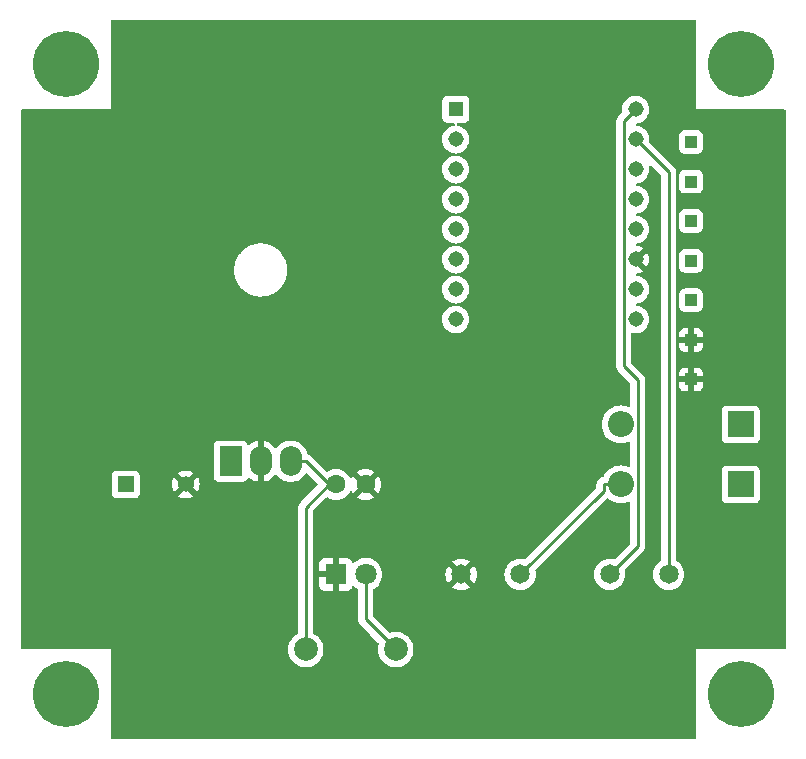
<source format=gbr>
%TF.GenerationSoftware,KiCad,Pcbnew,7.0.9*%
%TF.CreationDate,2025-08-10T16:09:38+02:00*%
%TF.ProjectId,Kicad_Projet_Sons_HW896_V1,4b696361-645f-4507-926f-6a65745f536f,rev?*%
%TF.SameCoordinates,Original*%
%TF.FileFunction,Copper,L2,Bot*%
%TF.FilePolarity,Positive*%
%FSLAX46Y46*%
G04 Gerber Fmt 4.6, Leading zero omitted, Abs format (unit mm)*
G04 Created by KiCad (PCBNEW 7.0.9) date 2025-08-10 16:09:38*
%MOMM*%
%LPD*%
G01*
G04 APERTURE LIST*
%TA.AperFunction,ComponentPad*%
%ADD10C,5.600000*%
%TD*%
%TA.AperFunction,ComponentPad*%
%ADD11R,1.357000X1.357000*%
%TD*%
%TA.AperFunction,ComponentPad*%
%ADD12C,1.357000*%
%TD*%
%TA.AperFunction,ComponentPad*%
%ADD13R,1.800000X1.800000*%
%TD*%
%TA.AperFunction,ComponentPad*%
%ADD14C,1.800000*%
%TD*%
%TA.AperFunction,ComponentPad*%
%ADD15C,1.650000*%
%TD*%
%TA.AperFunction,ComponentPad*%
%ADD16R,2.200000X2.200000*%
%TD*%
%TA.AperFunction,ComponentPad*%
%ADD17O,2.200000X2.200000*%
%TD*%
%TA.AperFunction,ComponentPad*%
%ADD18R,1.000000X1.000000*%
%TD*%
%TA.AperFunction,ComponentPad*%
%ADD19C,2.000000*%
%TD*%
%TA.AperFunction,ComponentPad*%
%ADD20C,1.600000*%
%TD*%
%TA.AperFunction,ComponentPad*%
%ADD21R,1.308000X1.308000*%
%TD*%
%TA.AperFunction,ComponentPad*%
%ADD22C,1.308000*%
%TD*%
%TA.AperFunction,ComponentPad*%
%ADD23R,1.900000X2.500000*%
%TD*%
%TA.AperFunction,ComponentPad*%
%ADD24O,1.900000X2.500000*%
%TD*%
%TA.AperFunction,ViaPad*%
%ADD25C,0.800000*%
%TD*%
%TA.AperFunction,Conductor*%
%ADD26C,0.250000*%
%TD*%
G04 APERTURE END LIST*
D10*
%TO.P,REF3,1*%
%TO.N,N/C*%
X173990000Y-104140000D03*
%TD*%
D11*
%TO.P,C1,1,1*%
%TO.N,Net-(C2-+)*%
X121920000Y-86360000D03*
D12*
%TO.P,C1,2,2*%
%TO.N,GND*%
X127000000Y-86360000D03*
%TD*%
D13*
%TO.P,D3,1,K*%
%TO.N,GND*%
X139700000Y-93980000D03*
D14*
%TO.P,D3,2,A*%
%TO.N,Net-(D3-A)*%
X142240000Y-93980000D03*
%TD*%
D15*
%TO.P,J2,1,1*%
%TO.N,Net-(U2-SPK-)*%
X167894000Y-93980000D03*
%TO.P,J2,2,2*%
%TO.N,Net-(U2-SPK+)*%
X162894000Y-93980000D03*
%TD*%
D16*
%TO.P,D1,1,K*%
%TO.N,Net-(C2-+)*%
X173990000Y-86360000D03*
D17*
%TO.P,D1,2,A*%
%TO.N,Net-(D1-A)*%
X163830000Y-86360000D03*
%TD*%
D10*
%TO.P,REF2,1*%
%TO.N,N/C*%
X173990000Y-50800000D03*
%TD*%
D18*
%TO.P,J6,1,Pin_1*%
%TO.N,Net-(J6-Pin_1)*%
X169799000Y-67420000D03*
%TD*%
%TO.P,J4,1,Pin_1*%
%TO.N,Net-(J4-Pin_1)*%
X169799000Y-60720000D03*
%TD*%
%TO.P,J3,1,Pin_1*%
%TO.N,Net-(J3-Pin_1)*%
X169799000Y-57370000D03*
%TD*%
D10*
%TO.P,REF1,1*%
%TO.N,N/C*%
X116840000Y-50800000D03*
%TD*%
D19*
%TO.P,R1,1*%
%TO.N,Net-(D2-A)*%
X137160000Y-100330000D03*
%TO.P,R1,2*%
%TO.N,Net-(D3-A)*%
X144780000Y-100330000D03*
%TD*%
D20*
%TO.P,C3,1*%
%TO.N,Net-(D2-A)*%
X139740000Y-86360000D03*
%TO.P,C3,2*%
%TO.N,GND*%
X142240000Y-86360000D03*
%TD*%
D18*
%TO.P,J8,1,Pin_1*%
%TO.N,GND*%
X169799000Y-74120000D03*
%TD*%
%TO.P,J9,1,Pin_1*%
%TO.N,GND*%
X169799000Y-77470000D03*
%TD*%
D21*
%TO.P,U2,1,K1*%
%TO.N,Net-(J3-Pin_1)*%
X149860000Y-54610000D03*
D22*
%TO.P,U2,2,K2*%
%TO.N,Net-(J4-Pin_1)*%
X149860000Y-57150000D03*
%TO.P,U2,3,K3*%
%TO.N,Net-(J5-Pin_1)*%
X149860000Y-59690000D03*
%TO.P,U2,4,K4*%
%TO.N,Net-(J6-Pin_1)*%
X149860000Y-62230000D03*
%TO.P,U2,5,K5*%
%TO.N,Net-(J7-Pin_1)*%
X149860000Y-64770000D03*
%TO.P,U2,6,SGND*%
%TO.N,unconnected-(U2-SGND-Pad6)*%
X149860000Y-67310000D03*
%TO.P,U2,7,ADKEY*%
%TO.N,unconnected-(U2-ADKEY-Pad7)*%
X149860000Y-69850000D03*
%TO.P,U2,8,Busy*%
%TO.N,unconnected-(U2-Busy-Pad8)*%
X149860000Y-72390000D03*
%TO.P,U2,9,RX*%
%TO.N,unconnected-(U2-RX-Pad9)*%
X165100000Y-72390000D03*
%TO.P,U2,10,TX*%
%TO.N,unconnected-(U2-TX-Pad10)*%
X165100000Y-69850000D03*
%TO.P,U2,11,GND*%
%TO.N,GND*%
X165100000Y-67310000D03*
%TO.P,U2,12,VCC*%
%TO.N,+4V*%
X165100000Y-64770000D03*
%TO.P,U2,13,Dac_R*%
%TO.N,unconnected-(U2-Dac_R-Pad13)*%
X165100000Y-62230000D03*
%TO.P,U2,14,Dac_L*%
%TO.N,unconnected-(U2-Dac_L-Pad14)*%
X165100000Y-59690000D03*
%TO.P,U2,15,SPK-*%
%TO.N,Net-(U2-SPK-)*%
X165100000Y-57150000D03*
%TO.P,U2,16,SPK+*%
%TO.N,Net-(U2-SPK+)*%
X165100000Y-54610000D03*
%TD*%
D10*
%TO.P,REF4,1*%
%TO.N,N/C*%
X116840000Y-104140000D03*
%TD*%
D18*
%TO.P,J5,1,Pin_1*%
%TO.N,Net-(J5-Pin_1)*%
X169799000Y-64070000D03*
%TD*%
D15*
%TO.P,J1,1,1*%
%TO.N,Net-(D1-A)*%
X155321000Y-93980000D03*
%TO.P,J1,2,2*%
%TO.N,GND*%
X150321000Y-93980000D03*
%TD*%
D23*
%TO.P,U1,1,VI*%
%TO.N,Net-(C2-+)*%
X130810000Y-84399000D03*
D24*
%TO.P,U1,2,GND*%
%TO.N,GND*%
X133350000Y-84399000D03*
%TO.P,U1,3,VO*%
%TO.N,Net-(D2-A)*%
X135890000Y-84399000D03*
%TD*%
D18*
%TO.P,J7,1,Pin_1*%
%TO.N,Net-(J7-Pin_1)*%
X169799000Y-70770000D03*
%TD*%
D16*
%TO.P,D2,1,K*%
%TO.N,+4V*%
X173990000Y-81280000D03*
D17*
%TO.P,D2,2,A*%
%TO.N,Net-(D2-A)*%
X163830000Y-81280000D03*
%TD*%
D25*
%TO.N,GND*%
X157938000Y-83091700D03*
X131058200Y-93624900D03*
%TD*%
D26*
%TO.N,Net-(D2-A)*%
X139740000Y-86360000D02*
X139126300Y-86360000D01*
X139126300Y-86360000D02*
X137160000Y-88326300D01*
X139126300Y-86360000D02*
X137165300Y-84399000D01*
X135890000Y-84399000D02*
X137165300Y-84399000D01*
X137160000Y-88326300D02*
X137160000Y-100330000D01*
%TO.N,Net-(D1-A)*%
X162404700Y-86360000D02*
X162404700Y-86896300D01*
X162404700Y-86896300D02*
X155321000Y-93980000D01*
X163830000Y-86360000D02*
X162404700Y-86360000D01*
%TO.N,Net-(D3-A)*%
X142240000Y-97790000D02*
X142240000Y-93980000D01*
X144780000Y-100330000D02*
X142240000Y-97790000D01*
%TO.N,Net-(U2-SPK-)*%
X167894000Y-93980000D02*
X167894000Y-59944000D01*
X167894000Y-59944000D02*
X165100000Y-57150000D01*
%TO.N,Net-(U2-SPK+)*%
X162894000Y-93980000D02*
X165280300Y-91593700D01*
X164094200Y-55615800D02*
X165100000Y-54610000D01*
X164094200Y-76367100D02*
X164094200Y-55615800D01*
X165280300Y-91593700D02*
X165280300Y-77553200D01*
X165280300Y-77553200D02*
X164094200Y-76367100D01*
%TD*%
%TA.AperFunction,Conductor*%
%TO.N,GND*%
G36*
X170123039Y-47020185D02*
G01*
X170168794Y-47072989D01*
X170180000Y-47124500D01*
X170180000Y-54610000D01*
X177676000Y-54610000D01*
X177743039Y-54629685D01*
X177788794Y-54682489D01*
X177800000Y-54734000D01*
X177800000Y-100206000D01*
X177780315Y-100273039D01*
X177727511Y-100318794D01*
X177676000Y-100330000D01*
X170180000Y-100330000D01*
X170180000Y-107826000D01*
X170160315Y-107893039D01*
X170107511Y-107938794D01*
X170056000Y-107950000D01*
X120774000Y-107950000D01*
X120706961Y-107930315D01*
X120661206Y-107877511D01*
X120650000Y-107826000D01*
X120650000Y-100330000D01*
X113154000Y-100330000D01*
X113086961Y-100310315D01*
X113041206Y-100257511D01*
X113030000Y-100206000D01*
X113030000Y-87086370D01*
X120741000Y-87086370D01*
X120741001Y-87086376D01*
X120747408Y-87145983D01*
X120797702Y-87280828D01*
X120797706Y-87280835D01*
X120883952Y-87396044D01*
X120883955Y-87396047D01*
X120999164Y-87482293D01*
X120999171Y-87482297D01*
X121134017Y-87532591D01*
X121134016Y-87532591D01*
X121140944Y-87533335D01*
X121193627Y-87539000D01*
X122646372Y-87538999D01*
X122705983Y-87532591D01*
X122840831Y-87482296D01*
X122956046Y-87396046D01*
X123042296Y-87280831D01*
X123092591Y-87145983D01*
X123099000Y-87086373D01*
X123098999Y-86360000D01*
X125816451Y-86360000D01*
X125836602Y-86577476D01*
X125836603Y-86577479D01*
X125896370Y-86787542D01*
X125896373Y-86787548D01*
X125993728Y-86983062D01*
X126006487Y-86999958D01*
X126586751Y-86419695D01*
X126597985Y-86490623D01*
X126658025Y-86608459D01*
X126751541Y-86701975D01*
X126869377Y-86762015D01*
X126940303Y-86773248D01*
X126362288Y-87351262D01*
X126472448Y-87419470D01*
X126472449Y-87419471D01*
X126676103Y-87498366D01*
X126890799Y-87538500D01*
X127109201Y-87538500D01*
X127323896Y-87498366D01*
X127527552Y-87419470D01*
X127527553Y-87419469D01*
X127637710Y-87351262D01*
X127059696Y-86773248D01*
X127130623Y-86762015D01*
X127248459Y-86701975D01*
X127341975Y-86608459D01*
X127402015Y-86490623D01*
X127413248Y-86419695D01*
X127993511Y-86999958D01*
X128006273Y-86983058D01*
X128006275Y-86983055D01*
X128103626Y-86787548D01*
X128103629Y-86787542D01*
X128163396Y-86577479D01*
X128163397Y-86577476D01*
X128183549Y-86360000D01*
X128183549Y-86359999D01*
X128163397Y-86142523D01*
X128163396Y-86142520D01*
X128103629Y-85932457D01*
X128103626Y-85932451D01*
X128006272Y-85736938D01*
X127993511Y-85720040D01*
X127993510Y-85720040D01*
X127413248Y-86300303D01*
X127402015Y-86229377D01*
X127341975Y-86111541D01*
X127248459Y-86018025D01*
X127130623Y-85957985D01*
X127059696Y-85946751D01*
X127309577Y-85696870D01*
X129359500Y-85696870D01*
X129359501Y-85696876D01*
X129365908Y-85756483D01*
X129416202Y-85891328D01*
X129416206Y-85891335D01*
X129502452Y-86006544D01*
X129502455Y-86006547D01*
X129617664Y-86092793D01*
X129617671Y-86092797D01*
X129752517Y-86143091D01*
X129752516Y-86143091D01*
X129759444Y-86143835D01*
X129812127Y-86149500D01*
X131807872Y-86149499D01*
X131867483Y-86143091D01*
X132002331Y-86092796D01*
X132117546Y-86006546D01*
X132203796Y-85891331D01*
X132216163Y-85858170D01*
X132258033Y-85802237D01*
X132323497Y-85777818D01*
X132391770Y-85792668D01*
X132408508Y-85803649D01*
X132554203Y-85917048D01*
X132554207Y-85917051D01*
X132765544Y-86031421D01*
X132765550Y-86031423D01*
X132992823Y-86109446D01*
X133099999Y-86127330D01*
X133100000Y-86127330D01*
X133100000Y-84834501D01*
X133207685Y-84883680D01*
X133314237Y-84899000D01*
X133385763Y-84899000D01*
X133492315Y-84883680D01*
X133600000Y-84834501D01*
X133600000Y-86127330D01*
X133707176Y-86109446D01*
X133934449Y-86031423D01*
X133934455Y-86031421D01*
X134145790Y-85917052D01*
X134335422Y-85769455D01*
X134498177Y-85592656D01*
X134515891Y-85565543D01*
X134569036Y-85520185D01*
X134638267Y-85510760D01*
X134701603Y-85540260D01*
X134723504Y-85565533D01*
X134741429Y-85592969D01*
X134904236Y-85769825D01*
X134904239Y-85769827D01*
X134904242Y-85769830D01*
X135093924Y-85917466D01*
X135093930Y-85917470D01*
X135093933Y-85917472D01*
X135226881Y-85989420D01*
X135279738Y-86018025D01*
X135305344Y-86031882D01*
X135322208Y-86037671D01*
X135532699Y-86109933D01*
X135532701Y-86109933D01*
X135532703Y-86109934D01*
X135769808Y-86149500D01*
X135769809Y-86149500D01*
X136010191Y-86149500D01*
X136010192Y-86149500D01*
X136247297Y-86109934D01*
X136474656Y-86031882D01*
X136686067Y-85917472D01*
X136690937Y-85913682D01*
X136827345Y-85807511D01*
X136875764Y-85769825D01*
X137038571Y-85592969D01*
X137127389Y-85457023D01*
X137180532Y-85411669D01*
X137249764Y-85402245D01*
X137313100Y-85431747D01*
X137318876Y-85437166D01*
X138154028Y-86272318D01*
X138187513Y-86333641D01*
X138182529Y-86403333D01*
X138154028Y-86447680D01*
X136776208Y-87825499D01*
X136763951Y-87835320D01*
X136764134Y-87835541D01*
X136758123Y-87840513D01*
X136710772Y-87890936D01*
X136689889Y-87911819D01*
X136689877Y-87911832D01*
X136685621Y-87917317D01*
X136681837Y-87921747D01*
X136649937Y-87955718D01*
X136649936Y-87955720D01*
X136640284Y-87973276D01*
X136629610Y-87989526D01*
X136617329Y-88005361D01*
X136617324Y-88005368D01*
X136598815Y-88048138D01*
X136596245Y-88053384D01*
X136573803Y-88094206D01*
X136568822Y-88113607D01*
X136562521Y-88132010D01*
X136554562Y-88150402D01*
X136554561Y-88150405D01*
X136547271Y-88196427D01*
X136546087Y-88202146D01*
X136534501Y-88247272D01*
X136534500Y-88247282D01*
X136534500Y-88267316D01*
X136532973Y-88286715D01*
X136529840Y-88306494D01*
X136529840Y-88306495D01*
X136534225Y-88352883D01*
X136534500Y-88358721D01*
X136534500Y-98888479D01*
X136514815Y-98955518D01*
X136469519Y-98997533D01*
X136336496Y-99069522D01*
X136336494Y-99069523D01*
X136140257Y-99222261D01*
X135971833Y-99405217D01*
X135835826Y-99613393D01*
X135735936Y-99841118D01*
X135674892Y-100082175D01*
X135674890Y-100082187D01*
X135654357Y-100329994D01*
X135654357Y-100330000D01*
X135674890Y-100577812D01*
X135674892Y-100577824D01*
X135735936Y-100818881D01*
X135835826Y-101046606D01*
X135971833Y-101254782D01*
X135971836Y-101254785D01*
X136140256Y-101437738D01*
X136336491Y-101590474D01*
X136555190Y-101708828D01*
X136790386Y-101789571D01*
X137035665Y-101830500D01*
X137284335Y-101830500D01*
X137529614Y-101789571D01*
X137764810Y-101708828D01*
X137983509Y-101590474D01*
X138179744Y-101437738D01*
X138348164Y-101254785D01*
X138484173Y-101046607D01*
X138584063Y-100818881D01*
X138645108Y-100577821D01*
X138665643Y-100330000D01*
X138664714Y-100318794D01*
X138645109Y-100082187D01*
X138645107Y-100082175D01*
X138584063Y-99841118D01*
X138484173Y-99613393D01*
X138348166Y-99405217D01*
X138326557Y-99381744D01*
X138179744Y-99222262D01*
X137983509Y-99069526D01*
X137983508Y-99069525D01*
X137983505Y-99069523D01*
X137983503Y-99069522D01*
X137850481Y-98997533D01*
X137800891Y-98948313D01*
X137785500Y-98888479D01*
X137785500Y-94927844D01*
X138300000Y-94927844D01*
X138306401Y-94987372D01*
X138306403Y-94987379D01*
X138356645Y-95122086D01*
X138356649Y-95122093D01*
X138442809Y-95237187D01*
X138442812Y-95237190D01*
X138557906Y-95323350D01*
X138557913Y-95323354D01*
X138692620Y-95373596D01*
X138692627Y-95373598D01*
X138752155Y-95379999D01*
X138752172Y-95380000D01*
X139450000Y-95380000D01*
X139450000Y-94354189D01*
X139502547Y-94390016D01*
X139632173Y-94430000D01*
X139733724Y-94430000D01*
X139834138Y-94414865D01*
X139950000Y-94359068D01*
X139950000Y-95380000D01*
X140647828Y-95380000D01*
X140647844Y-95379999D01*
X140707372Y-95373598D01*
X140707379Y-95373596D01*
X140842086Y-95323354D01*
X140842093Y-95323350D01*
X140957187Y-95237190D01*
X140957190Y-95237187D01*
X141043350Y-95122093D01*
X141043355Y-95122084D01*
X141072075Y-95045081D01*
X141113945Y-94989147D01*
X141179409Y-94964729D01*
X141247682Y-94979580D01*
X141279484Y-95004428D01*
X141288216Y-95013913D01*
X141288219Y-95013915D01*
X141288222Y-95013918D01*
X141471365Y-95156464D01*
X141471376Y-95156471D01*
X141549517Y-95198759D01*
X141599108Y-95247978D01*
X141614500Y-95307814D01*
X141614500Y-97707255D01*
X141612775Y-97722872D01*
X141613061Y-97722899D01*
X141612326Y-97730665D01*
X141614500Y-97799814D01*
X141614500Y-97829343D01*
X141614501Y-97829360D01*
X141615368Y-97836231D01*
X141615826Y-97842050D01*
X141617290Y-97888624D01*
X141617291Y-97888627D01*
X141622880Y-97907867D01*
X141626824Y-97926911D01*
X141629336Y-97946791D01*
X141646490Y-97990119D01*
X141648382Y-97995647D01*
X141661381Y-98040388D01*
X141671580Y-98057634D01*
X141680138Y-98075103D01*
X141687514Y-98093732D01*
X141714898Y-98131423D01*
X141718106Y-98136307D01*
X141741827Y-98176416D01*
X141741833Y-98176424D01*
X141755990Y-98190580D01*
X141768628Y-98205376D01*
X141780405Y-98221586D01*
X141780406Y-98221587D01*
X141816309Y-98251288D01*
X141820620Y-98255210D01*
X142634932Y-99069522D01*
X143316338Y-99750928D01*
X143349823Y-99812251D01*
X143348863Y-99869049D01*
X143294892Y-100082174D01*
X143294890Y-100082187D01*
X143274357Y-100329994D01*
X143274357Y-100330000D01*
X143294890Y-100577812D01*
X143294892Y-100577824D01*
X143355936Y-100818881D01*
X143455826Y-101046606D01*
X143591833Y-101254782D01*
X143591836Y-101254785D01*
X143760256Y-101437738D01*
X143956491Y-101590474D01*
X144175190Y-101708828D01*
X144410386Y-101789571D01*
X144655665Y-101830500D01*
X144904335Y-101830500D01*
X145149614Y-101789571D01*
X145384810Y-101708828D01*
X145603509Y-101590474D01*
X145799744Y-101437738D01*
X145968164Y-101254785D01*
X146104173Y-101046607D01*
X146204063Y-100818881D01*
X146265108Y-100577821D01*
X146285643Y-100330000D01*
X146284714Y-100318794D01*
X146265109Y-100082187D01*
X146265107Y-100082175D01*
X146204063Y-99841118D01*
X146104173Y-99613393D01*
X145968166Y-99405217D01*
X145946557Y-99381744D01*
X145799744Y-99222262D01*
X145603509Y-99069526D01*
X145603507Y-99069525D01*
X145603506Y-99069524D01*
X145384811Y-98951172D01*
X145384802Y-98951169D01*
X145149616Y-98870429D01*
X144904335Y-98829500D01*
X144655665Y-98829500D01*
X144410386Y-98870428D01*
X144330713Y-98897780D01*
X144260914Y-98900929D01*
X144202770Y-98868179D01*
X142901819Y-97567228D01*
X142868334Y-97505905D01*
X142865500Y-97479547D01*
X142865500Y-95307814D01*
X142885185Y-95240775D01*
X142930483Y-95198759D01*
X142939200Y-95194041D01*
X143008626Y-95156470D01*
X143039679Y-95132301D01*
X143070129Y-95108600D01*
X143191784Y-95013913D01*
X143348979Y-94843153D01*
X143475924Y-94648849D01*
X143569157Y-94436300D01*
X143626134Y-94211305D01*
X143635941Y-94092953D01*
X143645300Y-93980006D01*
X143645300Y-93980000D01*
X148990939Y-93980000D01*
X149011145Y-94210958D01*
X149011147Y-94210968D01*
X149071148Y-94434900D01*
X149071152Y-94434909D01*
X149169132Y-94645029D01*
X149169133Y-94645031D01*
X149224023Y-94723422D01*
X149224024Y-94723423D01*
X149795070Y-94152376D01*
X149797884Y-94165915D01*
X149867442Y-94300156D01*
X149970638Y-94410652D01*
X150099819Y-94489209D01*
X150151002Y-94503549D01*
X149577575Y-95076975D01*
X149655973Y-95131868D01*
X149866090Y-95229847D01*
X149866099Y-95229851D01*
X150090031Y-95289852D01*
X150090041Y-95289854D01*
X150320999Y-95310061D01*
X150321001Y-95310061D01*
X150551958Y-95289854D01*
X150551968Y-95289852D01*
X150775900Y-95229851D01*
X150775909Y-95229847D01*
X150986030Y-95131867D01*
X151064423Y-95076975D01*
X150492568Y-94505121D01*
X150609458Y-94454349D01*
X150726739Y-94358934D01*
X150813928Y-94235415D01*
X150844354Y-94149802D01*
X151417975Y-94723423D01*
X151472867Y-94645030D01*
X151570847Y-94434909D01*
X151570851Y-94434900D01*
X151630852Y-94210968D01*
X151630854Y-94210958D01*
X151651061Y-93980001D01*
X153990437Y-93980001D01*
X154010650Y-94211044D01*
X154010651Y-94211051D01*
X154070678Y-94435074D01*
X154070679Y-94435076D01*
X154070680Y-94435079D01*
X154168699Y-94645282D01*
X154301730Y-94835269D01*
X154465731Y-94999270D01*
X154655718Y-95132301D01*
X154865921Y-95230320D01*
X155089950Y-95290349D01*
X155254985Y-95304787D01*
X155320998Y-95310563D01*
X155321000Y-95310563D01*
X155321002Y-95310563D01*
X155378762Y-95305509D01*
X155552050Y-95290349D01*
X155776079Y-95230320D01*
X155986282Y-95132301D01*
X156176269Y-94999270D01*
X156340270Y-94835269D01*
X156473301Y-94645282D01*
X156571320Y-94435079D01*
X156631349Y-94211050D01*
X156648675Y-94013007D01*
X156651563Y-93980001D01*
X156651563Y-93979998D01*
X156648248Y-93942114D01*
X156631349Y-93748950D01*
X156624820Y-93724585D01*
X156608731Y-93664540D01*
X156610393Y-93594690D01*
X156640822Y-93544766D01*
X162611347Y-87574241D01*
X162672668Y-87540758D01*
X162742360Y-87545742D01*
X162779555Y-87567632D01*
X162886341Y-87658836D01*
X162886343Y-87658837D01*
X162886344Y-87658838D01*
X162886346Y-87658839D01*
X163101140Y-87790466D01*
X163221968Y-87840514D01*
X163333889Y-87886873D01*
X163578852Y-87945683D01*
X163830000Y-87965449D01*
X164081148Y-87945683D01*
X164326111Y-87886873D01*
X164483347Y-87821744D01*
X164552817Y-87814275D01*
X164615296Y-87845550D01*
X164650948Y-87905639D01*
X164654800Y-87936305D01*
X164654800Y-91283247D01*
X164635115Y-91350286D01*
X164618481Y-91370928D01*
X163329234Y-92660174D01*
X163267911Y-92693659D01*
X163209460Y-92692268D01*
X163125055Y-92669652D01*
X163125051Y-92669651D01*
X163125050Y-92669651D01*
X163125049Y-92669650D01*
X163125044Y-92669650D01*
X162894002Y-92649437D01*
X162893998Y-92649437D01*
X162662955Y-92669650D01*
X162662948Y-92669651D01*
X162438917Y-92729681D01*
X162228718Y-92827699D01*
X162228714Y-92827701D01*
X162038735Y-92960726D01*
X162038729Y-92960731D01*
X161874731Y-93124729D01*
X161874726Y-93124735D01*
X161741701Y-93314714D01*
X161741699Y-93314718D01*
X161643681Y-93524917D01*
X161583651Y-93748948D01*
X161583650Y-93748955D01*
X161563437Y-93979998D01*
X161563437Y-93980001D01*
X161583650Y-94211044D01*
X161583651Y-94211051D01*
X161643678Y-94435074D01*
X161643679Y-94435076D01*
X161643680Y-94435079D01*
X161741699Y-94645282D01*
X161874730Y-94835269D01*
X162038731Y-94999270D01*
X162228718Y-95132301D01*
X162438921Y-95230320D01*
X162662950Y-95290349D01*
X162827985Y-95304787D01*
X162893998Y-95310563D01*
X162894000Y-95310563D01*
X162894002Y-95310563D01*
X162951762Y-95305509D01*
X163125050Y-95290349D01*
X163349079Y-95230320D01*
X163559282Y-95132301D01*
X163749269Y-94999270D01*
X163913270Y-94835269D01*
X164046301Y-94645282D01*
X164144320Y-94435079D01*
X164204349Y-94211050D01*
X164221675Y-94013007D01*
X164224563Y-93980001D01*
X164224563Y-93979998D01*
X164221248Y-93942114D01*
X164204349Y-93748950D01*
X164197820Y-93724585D01*
X164181731Y-93664540D01*
X164183393Y-93594690D01*
X164213822Y-93544766D01*
X165664087Y-92094501D01*
X165676342Y-92084686D01*
X165676159Y-92084464D01*
X165682166Y-92079492D01*
X165682177Y-92079486D01*
X165713075Y-92046582D01*
X165729527Y-92029064D01*
X165739971Y-92018618D01*
X165750420Y-92008171D01*
X165754679Y-92002678D01*
X165758452Y-91998261D01*
X165790362Y-91964282D01*
X165800015Y-91946720D01*
X165810689Y-91930470D01*
X165822973Y-91914636D01*
X165841480Y-91871867D01*
X165844049Y-91866624D01*
X165866496Y-91825793D01*
X165866497Y-91825792D01*
X165871477Y-91806391D01*
X165877778Y-91787988D01*
X165885738Y-91769596D01*
X165893030Y-91723549D01*
X165894211Y-91717852D01*
X165905800Y-91672719D01*
X165905800Y-91652683D01*
X165907327Y-91633282D01*
X165910460Y-91613504D01*
X165906075Y-91567115D01*
X165905800Y-91561277D01*
X165905800Y-77635942D01*
X165907524Y-77620322D01*
X165907239Y-77620295D01*
X165907973Y-77612533D01*
X165905800Y-77543372D01*
X165905800Y-77513856D01*
X165905800Y-77513850D01*
X165904931Y-77506979D01*
X165904473Y-77501152D01*
X165903010Y-77454573D01*
X165897419Y-77435330D01*
X165893473Y-77416278D01*
X165890964Y-77396408D01*
X165873804Y-77353067D01*
X165871924Y-77347579D01*
X165858918Y-77302810D01*
X165848722Y-77285570D01*
X165840161Y-77268094D01*
X165832787Y-77249470D01*
X165832786Y-77249468D01*
X165805379Y-77211745D01*
X165802188Y-77206886D01*
X165778472Y-77166783D01*
X165778465Y-77166774D01*
X165764306Y-77152615D01*
X165751668Y-77137819D01*
X165739894Y-77121613D01*
X165703988Y-77091909D01*
X165699676Y-77087986D01*
X164756019Y-76144328D01*
X164722534Y-76083005D01*
X164719700Y-76056647D01*
X164719700Y-73642735D01*
X164739385Y-73575696D01*
X164792189Y-73529941D01*
X164861347Y-73519997D01*
X164866459Y-73520841D01*
X164993020Y-73544500D01*
X164993022Y-73544500D01*
X165206978Y-73544500D01*
X165206980Y-73544500D01*
X165417297Y-73505185D01*
X165616810Y-73427893D01*
X165798722Y-73315258D01*
X165956841Y-73171114D01*
X166085781Y-73000370D01*
X166181151Y-72808840D01*
X166181151Y-72808837D01*
X166181153Y-72808835D01*
X166239703Y-72603050D01*
X166239704Y-72603047D01*
X166259446Y-72390000D01*
X166259446Y-72389999D01*
X166239704Y-72176952D01*
X166239703Y-72176949D01*
X166181153Y-71971164D01*
X166181150Y-71971158D01*
X166085781Y-71779630D01*
X165956841Y-71608886D01*
X165798722Y-71464742D01*
X165798716Y-71464738D01*
X165798713Y-71464736D01*
X165616813Y-71352108D01*
X165616807Y-71352106D01*
X165417297Y-71274815D01*
X165241153Y-71241888D01*
X165178874Y-71210221D01*
X165143601Y-71149908D01*
X165146535Y-71080100D01*
X165186744Y-71022960D01*
X165241152Y-70998112D01*
X165417297Y-70965185D01*
X165616810Y-70887893D01*
X165798722Y-70775258D01*
X165956841Y-70631114D01*
X166085781Y-70460370D01*
X166181151Y-70268840D01*
X166181151Y-70268837D01*
X166181153Y-70268835D01*
X166217904Y-70139668D01*
X166239704Y-70063048D01*
X166259446Y-69850000D01*
X166239704Y-69636952D01*
X166221210Y-69571951D01*
X166181153Y-69431164D01*
X166181150Y-69431158D01*
X166171939Y-69412659D01*
X166085781Y-69239630D01*
X165956841Y-69068886D01*
X165798722Y-68924742D01*
X165798716Y-68924738D01*
X165798713Y-68924736D01*
X165616813Y-68812108D01*
X165616807Y-68812106D01*
X165417297Y-68734815D01*
X165282395Y-68709597D01*
X165239795Y-68701634D01*
X165177514Y-68669965D01*
X165142241Y-68609653D01*
X165145175Y-68539845D01*
X165185384Y-68482705D01*
X165239795Y-68457856D01*
X165417163Y-68424700D01*
X165616585Y-68347444D01*
X165616586Y-68347443D01*
X165719913Y-68283465D01*
X165144401Y-67707953D01*
X165225148Y-67695165D01*
X165338045Y-67637641D01*
X165427641Y-67548045D01*
X165485165Y-67435148D01*
X165497953Y-67354400D01*
X166076018Y-67932465D01*
X166085355Y-67920101D01*
X166085357Y-67920098D01*
X166180678Y-67728669D01*
X166180684Y-67728654D01*
X166239210Y-67522956D01*
X166239211Y-67522954D01*
X166258944Y-67310000D01*
X166258944Y-67309999D01*
X166239211Y-67097045D01*
X166239210Y-67097043D01*
X166180684Y-66891345D01*
X166180678Y-66891330D01*
X166085353Y-66699893D01*
X166076019Y-66687533D01*
X165497953Y-67265598D01*
X165485165Y-67184852D01*
X165427641Y-67071955D01*
X165338045Y-66982359D01*
X165225148Y-66924835D01*
X165144400Y-66912046D01*
X165719913Y-66336533D01*
X165719912Y-66336532D01*
X165616589Y-66272557D01*
X165616583Y-66272554D01*
X165417162Y-66195299D01*
X165239795Y-66162143D01*
X165177514Y-66130475D01*
X165142241Y-66070162D01*
X165145175Y-66000354D01*
X165185384Y-65943214D01*
X165239791Y-65918366D01*
X165417297Y-65885185D01*
X165616810Y-65807893D01*
X165798722Y-65695258D01*
X165956841Y-65551114D01*
X166085781Y-65380370D01*
X166181151Y-65188840D01*
X166181151Y-65188837D01*
X166181153Y-65188835D01*
X166239703Y-64983050D01*
X166239704Y-64983047D01*
X166259446Y-64770000D01*
X166259446Y-64769999D01*
X166239704Y-64556952D01*
X166239703Y-64556949D01*
X166181153Y-64351164D01*
X166181150Y-64351158D01*
X166085781Y-64159630D01*
X165956841Y-63988886D01*
X165798722Y-63844742D01*
X165798716Y-63844738D01*
X165798713Y-63844736D01*
X165616813Y-63732108D01*
X165616807Y-63732106D01*
X165417297Y-63654815D01*
X165241153Y-63621888D01*
X165178874Y-63590221D01*
X165143601Y-63529908D01*
X165146535Y-63460100D01*
X165186744Y-63402960D01*
X165241152Y-63378112D01*
X165417297Y-63345185D01*
X165616810Y-63267893D01*
X165798722Y-63155258D01*
X165956841Y-63011114D01*
X166085781Y-62840370D01*
X166181151Y-62648840D01*
X166181151Y-62648837D01*
X166181153Y-62648835D01*
X166239703Y-62443050D01*
X166239704Y-62443047D01*
X166259446Y-62230000D01*
X166259446Y-62229999D01*
X166239704Y-62016952D01*
X166239703Y-62016949D01*
X166181153Y-61811164D01*
X166181150Y-61811158D01*
X166136007Y-61720498D01*
X166085781Y-61619630D01*
X165956841Y-61448886D01*
X165798722Y-61304742D01*
X165798716Y-61304738D01*
X165798713Y-61304736D01*
X165616813Y-61192108D01*
X165616807Y-61192106D01*
X165417297Y-61114815D01*
X165241153Y-61081888D01*
X165178874Y-61050221D01*
X165143601Y-60989908D01*
X165146535Y-60920100D01*
X165186744Y-60862960D01*
X165241152Y-60838112D01*
X165417297Y-60805185D01*
X165616810Y-60727893D01*
X165798722Y-60615258D01*
X165956841Y-60471114D01*
X166085781Y-60300370D01*
X166181151Y-60108840D01*
X166181151Y-60108837D01*
X166181153Y-60108835D01*
X166230848Y-59934172D01*
X166239704Y-59903048D01*
X166259446Y-59690000D01*
X166240481Y-59485343D01*
X166253896Y-59416776D01*
X166302252Y-59366344D01*
X166370198Y-59350061D01*
X166436161Y-59373098D01*
X166451633Y-59386223D01*
X167232181Y-60166771D01*
X167265666Y-60228094D01*
X167268500Y-60254452D01*
X167268500Y-92735293D01*
X167248815Y-92802332D01*
X167215624Y-92836868D01*
X167038731Y-92960730D01*
X167038729Y-92960731D01*
X166874731Y-93124729D01*
X166874726Y-93124735D01*
X166741701Y-93314714D01*
X166741699Y-93314718D01*
X166643681Y-93524917D01*
X166583651Y-93748948D01*
X166583650Y-93748955D01*
X166563437Y-93979998D01*
X166563437Y-93980001D01*
X166583650Y-94211044D01*
X166583651Y-94211051D01*
X166643678Y-94435074D01*
X166643679Y-94435076D01*
X166643680Y-94435079D01*
X166741699Y-94645282D01*
X166874730Y-94835269D01*
X167038731Y-94999270D01*
X167228718Y-95132301D01*
X167438921Y-95230320D01*
X167662950Y-95290349D01*
X167827985Y-95304787D01*
X167893998Y-95310563D01*
X167894000Y-95310563D01*
X167894002Y-95310563D01*
X167951762Y-95305509D01*
X168125050Y-95290349D01*
X168349079Y-95230320D01*
X168559282Y-95132301D01*
X168749269Y-94999270D01*
X168913270Y-94835269D01*
X169046301Y-94645282D01*
X169144320Y-94435079D01*
X169204349Y-94211050D01*
X169221675Y-94013007D01*
X169224563Y-93980001D01*
X169224563Y-93979998D01*
X169218787Y-93913985D01*
X169204349Y-93748950D01*
X169144320Y-93524921D01*
X169046301Y-93314719D01*
X169046299Y-93314716D01*
X169046298Y-93314714D01*
X168913273Y-93124735D01*
X168913268Y-93124729D01*
X168749269Y-92960730D01*
X168683843Y-92914918D01*
X168572375Y-92836867D01*
X168528751Y-92782291D01*
X168519500Y-92735293D01*
X168519500Y-87507870D01*
X172389500Y-87507870D01*
X172389501Y-87507876D01*
X172395908Y-87567483D01*
X172446202Y-87702328D01*
X172446206Y-87702335D01*
X172532452Y-87817544D01*
X172532455Y-87817547D01*
X172647664Y-87903793D01*
X172647671Y-87903797D01*
X172782517Y-87954091D01*
X172782516Y-87954091D01*
X172789444Y-87954835D01*
X172842127Y-87960500D01*
X175137872Y-87960499D01*
X175197483Y-87954091D01*
X175332331Y-87903796D01*
X175447546Y-87817546D01*
X175533796Y-87702331D01*
X175584091Y-87567483D01*
X175590500Y-87507873D01*
X175590499Y-85212128D01*
X175584091Y-85152517D01*
X175577085Y-85133734D01*
X175533797Y-85017671D01*
X175533793Y-85017664D01*
X175447547Y-84902455D01*
X175447544Y-84902452D01*
X175332335Y-84816206D01*
X175332328Y-84816202D01*
X175197482Y-84765908D01*
X175197483Y-84765908D01*
X175137883Y-84759501D01*
X175137881Y-84759500D01*
X175137873Y-84759500D01*
X175137864Y-84759500D01*
X172842129Y-84759500D01*
X172842123Y-84759501D01*
X172782516Y-84765908D01*
X172647671Y-84816202D01*
X172647664Y-84816206D01*
X172532455Y-84902452D01*
X172532452Y-84902455D01*
X172446206Y-85017664D01*
X172446202Y-85017671D01*
X172395908Y-85152517D01*
X172389501Y-85212116D01*
X172389501Y-85212123D01*
X172389500Y-85212135D01*
X172389500Y-87507870D01*
X168519500Y-87507870D01*
X168519500Y-82427870D01*
X172389500Y-82427870D01*
X172389501Y-82427876D01*
X172395908Y-82487483D01*
X172446202Y-82622328D01*
X172446206Y-82622335D01*
X172532452Y-82737544D01*
X172532455Y-82737547D01*
X172647664Y-82823793D01*
X172647671Y-82823797D01*
X172782517Y-82874091D01*
X172782516Y-82874091D01*
X172789444Y-82874835D01*
X172842127Y-82880500D01*
X175137872Y-82880499D01*
X175197483Y-82874091D01*
X175332331Y-82823796D01*
X175447546Y-82737546D01*
X175533796Y-82622331D01*
X175584091Y-82487483D01*
X175590500Y-82427873D01*
X175590499Y-80132128D01*
X175584091Y-80072517D01*
X175550017Y-79981161D01*
X175533797Y-79937671D01*
X175533793Y-79937664D01*
X175447547Y-79822455D01*
X175447544Y-79822452D01*
X175332335Y-79736206D01*
X175332328Y-79736202D01*
X175197482Y-79685908D01*
X175197483Y-79685908D01*
X175137883Y-79679501D01*
X175137881Y-79679500D01*
X175137873Y-79679500D01*
X175137864Y-79679500D01*
X172842129Y-79679500D01*
X172842123Y-79679501D01*
X172782516Y-79685908D01*
X172647671Y-79736202D01*
X172647664Y-79736206D01*
X172532455Y-79822452D01*
X172532452Y-79822455D01*
X172446206Y-79937664D01*
X172446202Y-79937671D01*
X172395908Y-80072517D01*
X172389501Y-80132116D01*
X172389501Y-80132123D01*
X172389500Y-80132135D01*
X172389500Y-82427870D01*
X168519500Y-82427870D01*
X168519500Y-77720000D01*
X168799000Y-77720000D01*
X168799000Y-78017844D01*
X168805401Y-78077372D01*
X168805403Y-78077379D01*
X168855645Y-78212086D01*
X168855649Y-78212093D01*
X168941809Y-78327187D01*
X168941812Y-78327190D01*
X169056906Y-78413350D01*
X169056913Y-78413354D01*
X169191620Y-78463596D01*
X169191627Y-78463598D01*
X169251155Y-78469999D01*
X169251172Y-78470000D01*
X169549000Y-78470000D01*
X169549000Y-77720000D01*
X168799000Y-77720000D01*
X168519500Y-77720000D01*
X168519500Y-77527306D01*
X169474000Y-77527306D01*
X169513199Y-77635007D01*
X169586871Y-77722805D01*
X169686129Y-77780112D01*
X169770564Y-77795000D01*
X169827436Y-77795000D01*
X169911871Y-77780112D01*
X170011129Y-77722805D01*
X170013483Y-77720000D01*
X170049000Y-77720000D01*
X170049000Y-78470000D01*
X170346828Y-78470000D01*
X170346844Y-78469999D01*
X170406372Y-78463598D01*
X170406379Y-78463596D01*
X170541086Y-78413354D01*
X170541093Y-78413350D01*
X170656187Y-78327190D01*
X170656190Y-78327187D01*
X170742350Y-78212093D01*
X170742354Y-78212086D01*
X170792596Y-78077379D01*
X170792598Y-78077372D01*
X170798999Y-78017844D01*
X170799000Y-78017827D01*
X170799000Y-77720000D01*
X170049000Y-77720000D01*
X170013483Y-77720000D01*
X170084801Y-77635007D01*
X170124000Y-77527306D01*
X170124000Y-77412694D01*
X170084801Y-77304993D01*
X170011129Y-77217195D01*
X169911871Y-77159888D01*
X169827436Y-77145000D01*
X169770564Y-77145000D01*
X169686129Y-77159888D01*
X169586871Y-77217195D01*
X169513199Y-77304993D01*
X169474000Y-77412694D01*
X169474000Y-77527306D01*
X168519500Y-77527306D01*
X168519500Y-77220000D01*
X168799000Y-77220000D01*
X169549000Y-77220000D01*
X169549000Y-76470000D01*
X170049000Y-76470000D01*
X170049000Y-77220000D01*
X170799000Y-77220000D01*
X170799000Y-76922172D01*
X170798999Y-76922155D01*
X170792598Y-76862627D01*
X170792596Y-76862620D01*
X170742354Y-76727913D01*
X170742350Y-76727906D01*
X170656190Y-76612812D01*
X170656187Y-76612809D01*
X170541093Y-76526649D01*
X170541086Y-76526645D01*
X170406379Y-76476403D01*
X170406372Y-76476401D01*
X170346844Y-76470000D01*
X170049000Y-76470000D01*
X169549000Y-76470000D01*
X169251155Y-76470000D01*
X169191627Y-76476401D01*
X169191620Y-76476403D01*
X169056913Y-76526645D01*
X169056906Y-76526649D01*
X168941812Y-76612809D01*
X168941809Y-76612812D01*
X168855649Y-76727906D01*
X168855645Y-76727913D01*
X168805403Y-76862620D01*
X168805401Y-76862627D01*
X168799000Y-76922155D01*
X168799000Y-77220000D01*
X168519500Y-77220000D01*
X168519500Y-74370000D01*
X168799000Y-74370000D01*
X168799000Y-74667844D01*
X168805401Y-74727372D01*
X168805403Y-74727379D01*
X168855645Y-74862086D01*
X168855649Y-74862093D01*
X168941809Y-74977187D01*
X168941812Y-74977190D01*
X169056906Y-75063350D01*
X169056913Y-75063354D01*
X169191620Y-75113596D01*
X169191627Y-75113598D01*
X169251155Y-75119999D01*
X169251172Y-75120000D01*
X169549000Y-75120000D01*
X169549000Y-74370000D01*
X168799000Y-74370000D01*
X168519500Y-74370000D01*
X168519500Y-74177306D01*
X169474000Y-74177306D01*
X169513199Y-74285007D01*
X169586871Y-74372805D01*
X169686129Y-74430112D01*
X169770564Y-74445000D01*
X169827436Y-74445000D01*
X169911871Y-74430112D01*
X170011129Y-74372805D01*
X170013483Y-74370000D01*
X170049000Y-74370000D01*
X170049000Y-75120000D01*
X170346828Y-75120000D01*
X170346844Y-75119999D01*
X170406372Y-75113598D01*
X170406379Y-75113596D01*
X170541086Y-75063354D01*
X170541093Y-75063350D01*
X170656187Y-74977190D01*
X170656190Y-74977187D01*
X170742350Y-74862093D01*
X170742354Y-74862086D01*
X170792596Y-74727379D01*
X170792598Y-74727372D01*
X170798999Y-74667844D01*
X170799000Y-74667827D01*
X170799000Y-74370000D01*
X170049000Y-74370000D01*
X170013483Y-74370000D01*
X170084801Y-74285007D01*
X170124000Y-74177306D01*
X170124000Y-74062694D01*
X170084801Y-73954993D01*
X170011129Y-73867195D01*
X169911871Y-73809888D01*
X169827436Y-73795000D01*
X169770564Y-73795000D01*
X169686129Y-73809888D01*
X169586871Y-73867195D01*
X169513199Y-73954993D01*
X169474000Y-74062694D01*
X169474000Y-74177306D01*
X168519500Y-74177306D01*
X168519500Y-73870000D01*
X168799000Y-73870000D01*
X169549000Y-73870000D01*
X169549000Y-73120000D01*
X170049000Y-73120000D01*
X170049000Y-73870000D01*
X170799000Y-73870000D01*
X170799000Y-73572172D01*
X170798999Y-73572155D01*
X170792598Y-73512627D01*
X170792596Y-73512620D01*
X170742354Y-73377913D01*
X170742350Y-73377906D01*
X170656190Y-73262812D01*
X170656187Y-73262809D01*
X170541093Y-73176649D01*
X170541086Y-73176645D01*
X170406379Y-73126403D01*
X170406372Y-73126401D01*
X170346844Y-73120000D01*
X170049000Y-73120000D01*
X169549000Y-73120000D01*
X169251155Y-73120000D01*
X169191627Y-73126401D01*
X169191620Y-73126403D01*
X169056913Y-73176645D01*
X169056906Y-73176649D01*
X168941812Y-73262809D01*
X168941809Y-73262812D01*
X168855649Y-73377906D01*
X168855645Y-73377913D01*
X168805403Y-73512620D01*
X168805401Y-73512627D01*
X168799000Y-73572155D01*
X168799000Y-73870000D01*
X168519500Y-73870000D01*
X168519500Y-71317870D01*
X168798500Y-71317870D01*
X168798501Y-71317876D01*
X168804908Y-71377483D01*
X168855202Y-71512328D01*
X168855206Y-71512335D01*
X168941452Y-71627544D01*
X168941455Y-71627547D01*
X169056664Y-71713793D01*
X169056671Y-71713797D01*
X169191517Y-71764091D01*
X169191516Y-71764091D01*
X169198444Y-71764835D01*
X169251127Y-71770500D01*
X170346872Y-71770499D01*
X170406483Y-71764091D01*
X170541331Y-71713796D01*
X170656546Y-71627546D01*
X170742796Y-71512331D01*
X170793091Y-71377483D01*
X170799500Y-71317873D01*
X170799499Y-70222128D01*
X170793091Y-70162517D01*
X170789233Y-70152174D01*
X170742797Y-70027671D01*
X170742793Y-70027664D01*
X170656547Y-69912455D01*
X170656544Y-69912452D01*
X170541335Y-69826206D01*
X170541328Y-69826202D01*
X170406482Y-69775908D01*
X170406483Y-69775908D01*
X170346883Y-69769501D01*
X170346881Y-69769500D01*
X170346873Y-69769500D01*
X170346864Y-69769500D01*
X169251129Y-69769500D01*
X169251123Y-69769501D01*
X169191516Y-69775908D01*
X169056671Y-69826202D01*
X169056664Y-69826206D01*
X168941455Y-69912452D01*
X168941452Y-69912455D01*
X168855206Y-70027664D01*
X168855202Y-70027671D01*
X168804908Y-70162517D01*
X168799578Y-70212102D01*
X168798501Y-70222123D01*
X168798500Y-70222135D01*
X168798500Y-71317870D01*
X168519500Y-71317870D01*
X168519500Y-67967870D01*
X168798500Y-67967870D01*
X168798501Y-67967876D01*
X168804908Y-68027483D01*
X168855202Y-68162328D01*
X168855206Y-68162335D01*
X168941452Y-68277544D01*
X168941455Y-68277547D01*
X169056664Y-68363793D01*
X169056671Y-68363797D01*
X169191517Y-68414091D01*
X169191516Y-68414091D01*
X169198444Y-68414835D01*
X169251127Y-68420500D01*
X170346872Y-68420499D01*
X170406483Y-68414091D01*
X170541331Y-68363796D01*
X170656546Y-68277546D01*
X170742796Y-68162331D01*
X170793091Y-68027483D01*
X170799500Y-67967873D01*
X170799499Y-66872128D01*
X170793091Y-66812517D01*
X170767076Y-66742768D01*
X170742797Y-66677671D01*
X170742793Y-66677664D01*
X170656547Y-66562455D01*
X170656544Y-66562452D01*
X170541335Y-66476206D01*
X170541328Y-66476202D01*
X170406482Y-66425908D01*
X170406483Y-66425908D01*
X170346883Y-66419501D01*
X170346881Y-66419500D01*
X170346873Y-66419500D01*
X170346864Y-66419500D01*
X169251129Y-66419500D01*
X169251123Y-66419501D01*
X169191516Y-66425908D01*
X169056671Y-66476202D01*
X169056664Y-66476206D01*
X168941455Y-66562452D01*
X168941452Y-66562455D01*
X168855206Y-66677664D01*
X168855202Y-66677671D01*
X168804908Y-66812517D01*
X168798501Y-66872116D01*
X168798501Y-66872123D01*
X168798500Y-66872135D01*
X168798500Y-67967870D01*
X168519500Y-67967870D01*
X168519500Y-64617870D01*
X168798500Y-64617870D01*
X168798501Y-64617876D01*
X168804908Y-64677483D01*
X168855202Y-64812328D01*
X168855206Y-64812335D01*
X168941452Y-64927544D01*
X168941455Y-64927547D01*
X169056664Y-65013793D01*
X169056671Y-65013797D01*
X169191517Y-65064091D01*
X169191516Y-65064091D01*
X169198444Y-65064835D01*
X169251127Y-65070500D01*
X170346872Y-65070499D01*
X170406483Y-65064091D01*
X170541331Y-65013796D01*
X170656546Y-64927546D01*
X170742796Y-64812331D01*
X170793091Y-64677483D01*
X170799500Y-64617873D01*
X170799499Y-63522128D01*
X170793091Y-63462517D01*
X170742796Y-63327669D01*
X170742795Y-63327668D01*
X170742793Y-63327664D01*
X170656547Y-63212455D01*
X170656544Y-63212452D01*
X170541335Y-63126206D01*
X170541328Y-63126202D01*
X170406482Y-63075908D01*
X170406483Y-63075908D01*
X170346883Y-63069501D01*
X170346881Y-63069500D01*
X170346873Y-63069500D01*
X170346864Y-63069500D01*
X169251129Y-63069500D01*
X169251123Y-63069501D01*
X169191516Y-63075908D01*
X169056671Y-63126202D01*
X169056664Y-63126206D01*
X168941455Y-63212452D01*
X168941452Y-63212455D01*
X168855206Y-63327664D01*
X168855202Y-63327671D01*
X168804908Y-63462517D01*
X168798501Y-63522116D01*
X168798501Y-63522123D01*
X168798500Y-63522135D01*
X168798500Y-64617870D01*
X168519500Y-64617870D01*
X168519500Y-61267870D01*
X168798500Y-61267870D01*
X168798501Y-61267876D01*
X168804908Y-61327483D01*
X168855202Y-61462328D01*
X168855206Y-61462335D01*
X168941452Y-61577544D01*
X168941455Y-61577547D01*
X169056664Y-61663793D01*
X169056671Y-61663797D01*
X169191517Y-61714091D01*
X169191516Y-61714091D01*
X169198444Y-61714835D01*
X169251127Y-61720500D01*
X170346872Y-61720499D01*
X170406483Y-61714091D01*
X170541331Y-61663796D01*
X170656546Y-61577546D01*
X170742796Y-61462331D01*
X170793091Y-61327483D01*
X170799500Y-61267873D01*
X170799499Y-60172128D01*
X170793091Y-60112517D01*
X170742796Y-59977669D01*
X170742795Y-59977668D01*
X170742793Y-59977664D01*
X170656547Y-59862455D01*
X170656544Y-59862452D01*
X170541335Y-59776206D01*
X170541328Y-59776202D01*
X170406482Y-59725908D01*
X170406483Y-59725908D01*
X170346883Y-59719501D01*
X170346881Y-59719500D01*
X170346873Y-59719500D01*
X170346864Y-59719500D01*
X169251129Y-59719500D01*
X169251123Y-59719501D01*
X169191516Y-59725908D01*
X169056671Y-59776202D01*
X169056664Y-59776206D01*
X168941455Y-59862452D01*
X168941452Y-59862455D01*
X168855206Y-59977664D01*
X168855202Y-59977671D01*
X168804908Y-60112517D01*
X168799076Y-60166771D01*
X168798501Y-60172123D01*
X168798500Y-60172135D01*
X168798500Y-61267870D01*
X168519500Y-61267870D01*
X168519500Y-60026742D01*
X168521224Y-60011122D01*
X168520939Y-60011095D01*
X168521673Y-60003333D01*
X168520867Y-59977669D01*
X168519500Y-59934171D01*
X168519500Y-59904650D01*
X168518631Y-59897779D01*
X168518173Y-59891952D01*
X168516710Y-59845373D01*
X168511119Y-59826130D01*
X168507173Y-59807078D01*
X168504664Y-59787208D01*
X168487504Y-59743867D01*
X168485624Y-59738379D01*
X168472618Y-59693610D01*
X168470482Y-59689999D01*
X168462423Y-59676371D01*
X168453861Y-59658894D01*
X168446487Y-59640270D01*
X168446486Y-59640268D01*
X168419079Y-59602545D01*
X168415888Y-59597686D01*
X168392172Y-59557583D01*
X168392165Y-59557574D01*
X168378006Y-59543415D01*
X168365368Y-59528619D01*
X168353594Y-59512413D01*
X168320875Y-59485346D01*
X168317688Y-59482709D01*
X168313376Y-59478786D01*
X166752461Y-57917870D01*
X168798500Y-57917870D01*
X168798501Y-57917876D01*
X168804908Y-57977483D01*
X168855202Y-58112328D01*
X168855206Y-58112335D01*
X168941452Y-58227544D01*
X168941455Y-58227547D01*
X169056664Y-58313793D01*
X169056671Y-58313797D01*
X169191517Y-58364091D01*
X169191516Y-58364091D01*
X169198444Y-58364835D01*
X169251127Y-58370500D01*
X170346872Y-58370499D01*
X170406483Y-58364091D01*
X170541331Y-58313796D01*
X170656546Y-58227546D01*
X170742796Y-58112331D01*
X170793091Y-57977483D01*
X170799500Y-57917873D01*
X170799499Y-56822128D01*
X170793091Y-56762517D01*
X170742796Y-56627669D01*
X170742795Y-56627668D01*
X170742793Y-56627664D01*
X170656547Y-56512455D01*
X170656544Y-56512452D01*
X170541335Y-56426206D01*
X170541328Y-56426202D01*
X170406482Y-56375908D01*
X170406483Y-56375908D01*
X170346883Y-56369501D01*
X170346881Y-56369500D01*
X170346873Y-56369500D01*
X170346864Y-56369500D01*
X169251129Y-56369500D01*
X169251123Y-56369501D01*
X169191516Y-56375908D01*
X169056671Y-56426202D01*
X169056664Y-56426206D01*
X168941455Y-56512452D01*
X168941452Y-56512455D01*
X168855206Y-56627664D01*
X168855202Y-56627671D01*
X168804908Y-56762517D01*
X168798501Y-56822116D01*
X168798501Y-56822123D01*
X168798500Y-56822135D01*
X168798500Y-57917870D01*
X166752461Y-57917870D01*
X166277297Y-57442706D01*
X166243812Y-57381383D01*
X166241507Y-57343587D01*
X166259446Y-57150000D01*
X166239704Y-56936952D01*
X166207034Y-56822128D01*
X166181153Y-56731164D01*
X166181150Y-56731158D01*
X166129616Y-56627664D01*
X166085781Y-56539630D01*
X165956841Y-56368886D01*
X165798722Y-56224742D01*
X165798716Y-56224738D01*
X165798713Y-56224736D01*
X165616813Y-56112108D01*
X165616807Y-56112106D01*
X165417297Y-56034815D01*
X165241153Y-56001888D01*
X165178874Y-55970221D01*
X165143601Y-55909908D01*
X165146535Y-55840100D01*
X165186744Y-55782960D01*
X165241152Y-55758112D01*
X165417297Y-55725185D01*
X165616810Y-55647893D01*
X165798722Y-55535258D01*
X165956841Y-55391114D01*
X166085781Y-55220370D01*
X166181151Y-55028840D01*
X166181151Y-55028837D01*
X166181153Y-55028835D01*
X166217040Y-54902705D01*
X166239704Y-54823048D01*
X166259446Y-54610000D01*
X166239704Y-54396952D01*
X166231200Y-54367065D01*
X166181153Y-54191164D01*
X166181150Y-54191158D01*
X166116740Y-54061805D01*
X166085781Y-53999630D01*
X165956841Y-53828886D01*
X165798722Y-53684742D01*
X165798716Y-53684738D01*
X165798713Y-53684736D01*
X165616813Y-53572108D01*
X165616807Y-53572106D01*
X165417297Y-53494815D01*
X165206980Y-53455500D01*
X164993020Y-53455500D01*
X164782703Y-53494815D01*
X164737812Y-53512206D01*
X164583192Y-53572106D01*
X164583186Y-53572108D01*
X164401286Y-53684736D01*
X164401283Y-53684738D01*
X164401279Y-53684740D01*
X164401278Y-53684742D01*
X164243159Y-53828886D01*
X164243158Y-53828887D01*
X164114219Y-53999629D01*
X164018849Y-54191158D01*
X164018846Y-54191164D01*
X163960296Y-54396949D01*
X163960295Y-54396952D01*
X163940554Y-54609999D01*
X163940554Y-54610000D01*
X163958492Y-54803583D01*
X163945077Y-54872152D01*
X163922702Y-54902705D01*
X163710408Y-55114999D01*
X163698151Y-55124820D01*
X163698334Y-55125041D01*
X163692323Y-55130013D01*
X163644972Y-55180436D01*
X163624089Y-55201319D01*
X163624077Y-55201332D01*
X163619821Y-55206817D01*
X163616037Y-55211247D01*
X163584137Y-55245218D01*
X163584136Y-55245220D01*
X163574484Y-55262776D01*
X163563810Y-55279026D01*
X163551529Y-55294861D01*
X163551524Y-55294868D01*
X163533015Y-55337638D01*
X163530445Y-55342884D01*
X163508003Y-55383706D01*
X163503022Y-55403107D01*
X163496721Y-55421510D01*
X163488762Y-55439902D01*
X163488761Y-55439905D01*
X163481471Y-55485927D01*
X163480287Y-55491646D01*
X163468701Y-55536772D01*
X163468700Y-55536782D01*
X163468700Y-55556816D01*
X163467173Y-55576215D01*
X163464040Y-55595994D01*
X163464040Y-55595995D01*
X163468425Y-55642383D01*
X163468700Y-55648221D01*
X163468700Y-76284355D01*
X163466975Y-76299972D01*
X163467261Y-76299999D01*
X163466526Y-76307765D01*
X163468700Y-76376914D01*
X163468700Y-76406443D01*
X163468701Y-76406460D01*
X163469568Y-76413331D01*
X163470026Y-76419150D01*
X163471490Y-76465724D01*
X163471491Y-76465727D01*
X163477080Y-76484967D01*
X163481024Y-76504011D01*
X163483536Y-76523891D01*
X163500690Y-76567219D01*
X163502582Y-76572747D01*
X163515581Y-76617488D01*
X163525780Y-76634734D01*
X163534338Y-76652203D01*
X163541714Y-76670832D01*
X163569098Y-76708523D01*
X163572306Y-76713407D01*
X163596027Y-76753516D01*
X163596033Y-76753524D01*
X163610190Y-76767680D01*
X163622828Y-76782476D01*
X163634605Y-76798686D01*
X163634606Y-76798687D01*
X163670509Y-76828388D01*
X163674820Y-76832310D01*
X164147503Y-77304993D01*
X164618481Y-77775971D01*
X164651966Y-77837294D01*
X164654800Y-77863652D01*
X164654800Y-79703694D01*
X164635115Y-79770733D01*
X164582311Y-79816488D01*
X164513153Y-79826432D01*
X164483348Y-79818255D01*
X164326113Y-79753127D01*
X164081151Y-79694317D01*
X163830000Y-79674551D01*
X163578848Y-79694317D01*
X163333889Y-79753126D01*
X163101140Y-79849533D01*
X162886346Y-79981160D01*
X162886343Y-79981161D01*
X162694776Y-80144776D01*
X162531161Y-80336343D01*
X162531160Y-80336346D01*
X162399533Y-80551140D01*
X162303126Y-80783889D01*
X162244317Y-81028848D01*
X162224551Y-81280000D01*
X162244317Y-81531151D01*
X162303126Y-81776110D01*
X162399533Y-82008859D01*
X162531160Y-82223653D01*
X162531161Y-82223656D01*
X162531164Y-82223659D01*
X162694776Y-82415224D01*
X162843066Y-82541875D01*
X162886343Y-82578838D01*
X162886346Y-82578839D01*
X163101140Y-82710466D01*
X163333889Y-82806873D01*
X163578852Y-82865683D01*
X163830000Y-82885449D01*
X164081148Y-82865683D01*
X164326111Y-82806873D01*
X164483347Y-82741744D01*
X164552817Y-82734275D01*
X164615296Y-82765550D01*
X164650948Y-82825639D01*
X164654800Y-82856305D01*
X164654800Y-84783694D01*
X164635115Y-84850733D01*
X164582311Y-84896488D01*
X164513153Y-84906432D01*
X164483348Y-84898255D01*
X164326113Y-84833127D01*
X164081151Y-84774317D01*
X163830000Y-84754551D01*
X163578848Y-84774317D01*
X163333889Y-84833126D01*
X163101140Y-84929533D01*
X162886346Y-85061160D01*
X162886343Y-85061161D01*
X162694776Y-85224776D01*
X162531161Y-85416343D01*
X162531160Y-85416346D01*
X162399533Y-85631140D01*
X162385557Y-85664883D01*
X162341715Y-85719287D01*
X162291381Y-85739743D01*
X162292799Y-85739507D01*
X162286557Y-85740696D01*
X162278785Y-85743222D01*
X162256020Y-85748310D01*
X162247918Y-85749333D01*
X162247905Y-85749337D01*
X162194510Y-85770477D01*
X162190854Y-85771792D01*
X162136259Y-85789533D01*
X162136256Y-85789534D01*
X162129352Y-85793915D01*
X162108580Y-85804499D01*
X162100973Y-85807511D01*
X162100962Y-85807517D01*
X162054514Y-85841263D01*
X162051295Y-85843451D01*
X162002823Y-85874213D01*
X162002820Y-85874216D01*
X161997229Y-85880170D01*
X161979729Y-85895599D01*
X161973113Y-85900405D01*
X161973112Y-85900406D01*
X161936512Y-85944646D01*
X161933938Y-85947565D01*
X161894637Y-85989417D01*
X161894635Y-85989420D01*
X161890694Y-85996589D01*
X161877589Y-86015873D01*
X161872377Y-86022173D01*
X161872374Y-86022178D01*
X161847931Y-86074121D01*
X161846164Y-86077589D01*
X161818504Y-86127903D01*
X161818503Y-86127908D01*
X161816469Y-86135828D01*
X161808570Y-86157768D01*
X161805086Y-86165172D01*
X161805084Y-86165178D01*
X161794329Y-86221561D01*
X161793479Y-86225361D01*
X161779200Y-86280976D01*
X161779200Y-86289152D01*
X161777005Y-86312379D01*
X161775473Y-86320412D01*
X161779078Y-86377724D01*
X161779200Y-86381595D01*
X161779200Y-86585846D01*
X161759515Y-86652885D01*
X161742881Y-86673527D01*
X155756233Y-92660174D01*
X155694910Y-92693659D01*
X155636459Y-92692268D01*
X155552050Y-92669651D01*
X155321002Y-92649437D01*
X155320998Y-92649437D01*
X155089955Y-92669650D01*
X155089948Y-92669651D01*
X154865917Y-92729681D01*
X154655718Y-92827699D01*
X154655714Y-92827701D01*
X154465735Y-92960726D01*
X154465729Y-92960731D01*
X154301731Y-93124729D01*
X154301726Y-93124735D01*
X154168701Y-93314714D01*
X154168699Y-93314718D01*
X154070681Y-93524917D01*
X154010651Y-93748948D01*
X154010650Y-93748955D01*
X153990437Y-93979998D01*
X153990437Y-93980001D01*
X151651061Y-93980001D01*
X151651061Y-93980000D01*
X151651061Y-93979999D01*
X151630854Y-93749041D01*
X151630852Y-93749031D01*
X151570851Y-93525099D01*
X151570847Y-93525090D01*
X151472868Y-93314972D01*
X151417974Y-93236576D01*
X150846929Y-93807622D01*
X150844116Y-93794085D01*
X150774558Y-93659844D01*
X150671362Y-93549348D01*
X150542181Y-93470791D01*
X150490997Y-93456450D01*
X151064423Y-92883024D01*
X151064422Y-92883023D01*
X150986031Y-92828133D01*
X150986029Y-92828132D01*
X150775909Y-92730152D01*
X150775900Y-92730148D01*
X150551968Y-92670147D01*
X150551958Y-92670145D01*
X150321001Y-92649939D01*
X150320999Y-92649939D01*
X150090041Y-92670145D01*
X150090031Y-92670147D01*
X149866099Y-92730148D01*
X149866090Y-92730152D01*
X149655971Y-92828132D01*
X149655969Y-92828133D01*
X149577577Y-92883024D01*
X149577576Y-92883024D01*
X150149431Y-93454878D01*
X150032542Y-93505651D01*
X149915261Y-93601066D01*
X149828072Y-93724585D01*
X149797645Y-93810197D01*
X149224024Y-93236576D01*
X149224024Y-93236577D01*
X149169133Y-93314969D01*
X149169132Y-93314971D01*
X149071152Y-93525090D01*
X149071148Y-93525099D01*
X149011147Y-93749031D01*
X149011145Y-93749041D01*
X148990939Y-93979999D01*
X148990939Y-93980000D01*
X143645300Y-93980000D01*
X143645300Y-93979993D01*
X143626135Y-93748702D01*
X143626133Y-93748691D01*
X143569157Y-93523699D01*
X143475924Y-93311151D01*
X143348983Y-93116852D01*
X143348980Y-93116849D01*
X143348979Y-93116847D01*
X143191784Y-92946087D01*
X143191779Y-92946083D01*
X143191777Y-92946081D01*
X143008634Y-92803535D01*
X143008628Y-92803531D01*
X142804504Y-92693064D01*
X142804495Y-92693061D01*
X142584984Y-92617702D01*
X142397404Y-92586401D01*
X142356049Y-92579500D01*
X142123951Y-92579500D01*
X142082596Y-92586401D01*
X141895015Y-92617702D01*
X141675504Y-92693061D01*
X141675495Y-92693064D01*
X141471371Y-92803531D01*
X141471365Y-92803535D01*
X141288222Y-92946081D01*
X141288215Y-92946087D01*
X141279484Y-92955572D01*
X141219595Y-92991561D01*
X141149757Y-92989458D01*
X141092143Y-92949932D01*
X141072075Y-92914918D01*
X141043355Y-92837915D01*
X141043350Y-92837906D01*
X140957190Y-92722812D01*
X140957187Y-92722809D01*
X140842093Y-92636649D01*
X140842086Y-92636645D01*
X140707379Y-92586403D01*
X140707372Y-92586401D01*
X140647844Y-92580000D01*
X139950000Y-92580000D01*
X139950000Y-93605810D01*
X139897453Y-93569984D01*
X139767827Y-93530000D01*
X139666276Y-93530000D01*
X139565862Y-93545135D01*
X139450000Y-93600931D01*
X139450000Y-92580000D01*
X138752155Y-92580000D01*
X138692627Y-92586401D01*
X138692620Y-92586403D01*
X138557913Y-92636645D01*
X138557906Y-92636649D01*
X138442812Y-92722809D01*
X138442809Y-92722812D01*
X138356649Y-92837906D01*
X138356645Y-92837913D01*
X138306403Y-92972620D01*
X138306401Y-92972627D01*
X138300000Y-93032155D01*
X138300000Y-93730000D01*
X139324722Y-93730000D01*
X139276375Y-93813740D01*
X139246190Y-93945992D01*
X139256327Y-94081265D01*
X139305887Y-94207541D01*
X139323797Y-94230000D01*
X138300000Y-94230000D01*
X138300000Y-94927844D01*
X137785500Y-94927844D01*
X137785500Y-88636752D01*
X137805185Y-88569713D01*
X137821819Y-88549071D01*
X138322752Y-88048138D01*
X138891977Y-87478912D01*
X138953298Y-87445429D01*
X139022990Y-87450413D01*
X139050779Y-87465020D01*
X139087264Y-87490567D01*
X139087266Y-87490568D01*
X139293504Y-87586739D01*
X139513308Y-87645635D01*
X139675230Y-87659801D01*
X139739998Y-87665468D01*
X139740000Y-87665468D01*
X139740002Y-87665468D01*
X139796673Y-87660509D01*
X139966692Y-87645635D01*
X140186496Y-87586739D01*
X140392734Y-87490568D01*
X140579139Y-87360047D01*
X140740047Y-87199139D01*
X140870568Y-87012734D01*
X140877893Y-86997023D01*
X140924062Y-86944586D01*
X140991254Y-86925432D01*
X141058136Y-86945645D01*
X141102657Y-86997023D01*
X141109865Y-87012481D01*
X141109866Y-87012483D01*
X141160973Y-87085471D01*
X141160974Y-87085472D01*
X141842046Y-86404399D01*
X141854835Y-86485148D01*
X141912359Y-86598045D01*
X142001955Y-86687641D01*
X142114852Y-86745165D01*
X142195599Y-86757953D01*
X141514526Y-87439025D01*
X141514526Y-87439026D01*
X141587512Y-87490131D01*
X141587516Y-87490133D01*
X141793673Y-87586265D01*
X141793682Y-87586269D01*
X142013389Y-87645139D01*
X142013400Y-87645141D01*
X142239998Y-87664966D01*
X142240002Y-87664966D01*
X142466599Y-87645141D01*
X142466610Y-87645139D01*
X142686317Y-87586269D01*
X142686331Y-87586264D01*
X142892478Y-87490136D01*
X142965472Y-87439025D01*
X142284401Y-86757953D01*
X142365148Y-86745165D01*
X142478045Y-86687641D01*
X142567641Y-86598045D01*
X142625165Y-86485148D01*
X142637953Y-86404400D01*
X143319025Y-87085472D01*
X143370136Y-87012478D01*
X143466264Y-86806331D01*
X143466269Y-86806317D01*
X143525139Y-86586610D01*
X143525141Y-86586599D01*
X143544966Y-86360002D01*
X143544966Y-86359997D01*
X143525141Y-86133400D01*
X143525139Y-86133389D01*
X143466269Y-85913682D01*
X143466265Y-85913673D01*
X143370133Y-85707516D01*
X143370131Y-85707512D01*
X143319026Y-85634526D01*
X143319025Y-85634526D01*
X142637953Y-86315598D01*
X142625165Y-86234852D01*
X142567641Y-86121955D01*
X142478045Y-86032359D01*
X142365148Y-85974835D01*
X142284400Y-85962046D01*
X142965472Y-85280974D01*
X142965471Y-85280973D01*
X142892483Y-85229866D01*
X142892481Y-85229865D01*
X142686326Y-85133734D01*
X142686317Y-85133730D01*
X142466610Y-85074860D01*
X142466599Y-85074858D01*
X142240002Y-85055034D01*
X142239998Y-85055034D01*
X142013400Y-85074858D01*
X142013389Y-85074860D01*
X141793682Y-85133730D01*
X141793673Y-85133734D01*
X141587513Y-85229868D01*
X141514527Y-85280972D01*
X141514526Y-85280973D01*
X142195600Y-85962046D01*
X142114852Y-85974835D01*
X142001955Y-86032359D01*
X141912359Y-86121955D01*
X141854835Y-86234852D01*
X141842046Y-86315599D01*
X141160973Y-85634526D01*
X141160972Y-85634527D01*
X141109868Y-85707512D01*
X141102656Y-85722979D01*
X141056482Y-85775417D01*
X140989288Y-85794567D01*
X140922407Y-85774350D01*
X140877893Y-85722976D01*
X140870568Y-85707266D01*
X140740047Y-85520861D01*
X140740045Y-85520858D01*
X140579141Y-85359954D01*
X140392734Y-85229432D01*
X140392732Y-85229431D01*
X140186497Y-85133261D01*
X140186488Y-85133258D01*
X139966697Y-85074366D01*
X139966693Y-85074365D01*
X139966692Y-85074365D01*
X139966691Y-85074364D01*
X139966686Y-85074364D01*
X139740002Y-85054532D01*
X139739998Y-85054532D01*
X139513313Y-85074364D01*
X139513302Y-85074366D01*
X139293511Y-85133258D01*
X139293502Y-85133261D01*
X139087263Y-85229433D01*
X139050778Y-85254980D01*
X138984572Y-85277307D01*
X138916804Y-85260295D01*
X138891975Y-85241085D01*
X137666103Y-84015212D01*
X137656280Y-84002950D01*
X137656059Y-84003134D01*
X137651086Y-83997123D01*
X137600664Y-83949773D01*
X137590219Y-83939328D01*
X137579775Y-83928883D01*
X137574286Y-83924625D01*
X137569861Y-83920847D01*
X137535882Y-83888938D01*
X137535880Y-83888936D01*
X137535877Y-83888935D01*
X137518329Y-83879288D01*
X137502063Y-83868604D01*
X137486233Y-83856325D01*
X137443468Y-83837818D01*
X137438222Y-83835248D01*
X137397395Y-83812804D01*
X137397392Y-83812803D01*
X137379292Y-83808155D01*
X137319256Y-83772416D01*
X137289928Y-83718492D01*
X137266610Y-83626409D01*
X137170049Y-83406272D01*
X137038571Y-83205031D01*
X136875764Y-83028175D01*
X136875759Y-83028171D01*
X136875757Y-83028169D01*
X136686075Y-82880533D01*
X136686069Y-82880529D01*
X136474657Y-82766118D01*
X136474652Y-82766116D01*
X136247300Y-82688066D01*
X136048593Y-82654908D01*
X136010192Y-82648500D01*
X135769808Y-82648500D01*
X135731407Y-82654908D01*
X135532699Y-82688066D01*
X135305347Y-82766116D01*
X135305342Y-82766118D01*
X135093930Y-82880529D01*
X135093924Y-82880533D01*
X134904242Y-83028169D01*
X134904239Y-83028172D01*
X134904236Y-83028174D01*
X134904236Y-83028175D01*
X134891954Y-83041517D01*
X134741428Y-83205031D01*
X134723509Y-83232459D01*
X134670362Y-83277815D01*
X134601130Y-83287238D01*
X134537795Y-83257735D01*
X134515893Y-83232458D01*
X134498178Y-83205344D01*
X134335422Y-83028544D01*
X134145790Y-82880947D01*
X133934455Y-82766578D01*
X133934449Y-82766576D01*
X133707176Y-82688553D01*
X133600000Y-82670668D01*
X133600000Y-83963498D01*
X133492315Y-83914320D01*
X133385763Y-83899000D01*
X133314237Y-83899000D01*
X133207685Y-83914320D01*
X133100000Y-83963498D01*
X133100000Y-82670668D01*
X133099999Y-82670668D01*
X132992823Y-82688553D01*
X132765550Y-82766576D01*
X132765544Y-82766578D01*
X132554209Y-82880948D01*
X132408508Y-82994351D01*
X132343514Y-83019993D01*
X132274974Y-83006426D01*
X132224649Y-82957958D01*
X132216163Y-82939828D01*
X132203796Y-82906669D01*
X132203793Y-82906664D01*
X132117547Y-82791455D01*
X132117544Y-82791452D01*
X132002335Y-82705206D01*
X132002328Y-82705202D01*
X131867482Y-82654908D01*
X131867483Y-82654908D01*
X131807883Y-82648501D01*
X131807881Y-82648500D01*
X131807873Y-82648500D01*
X131807864Y-82648500D01*
X129812129Y-82648500D01*
X129812123Y-82648501D01*
X129752516Y-82654908D01*
X129617671Y-82705202D01*
X129617664Y-82705206D01*
X129502455Y-82791452D01*
X129502452Y-82791455D01*
X129416206Y-82906664D01*
X129416202Y-82906671D01*
X129365908Y-83041517D01*
X129359501Y-83101116D01*
X129359500Y-83101135D01*
X129359500Y-85696870D01*
X127309577Y-85696870D01*
X127637710Y-85368736D01*
X127637709Y-85368735D01*
X127527556Y-85300531D01*
X127527550Y-85300528D01*
X127323896Y-85221633D01*
X127109201Y-85181500D01*
X126890799Y-85181500D01*
X126676103Y-85221633D01*
X126472449Y-85300528D01*
X126472443Y-85300532D01*
X126362289Y-85368735D01*
X126362288Y-85368736D01*
X126940304Y-85946751D01*
X126869377Y-85957985D01*
X126751541Y-86018025D01*
X126658025Y-86111541D01*
X126597985Y-86229377D01*
X126586751Y-86300303D01*
X126006488Y-85720040D01*
X125993727Y-85736939D01*
X125896373Y-85932451D01*
X125896370Y-85932457D01*
X125836603Y-86142520D01*
X125836602Y-86142523D01*
X125816451Y-86359999D01*
X125816451Y-86360000D01*
X123098999Y-86360000D01*
X123098999Y-85633628D01*
X123092591Y-85574017D01*
X123089430Y-85565543D01*
X123042297Y-85439171D01*
X123042293Y-85439164D01*
X122956047Y-85323955D01*
X122956044Y-85323952D01*
X122840835Y-85237706D01*
X122840828Y-85237702D01*
X122705982Y-85187408D01*
X122705983Y-85187408D01*
X122646383Y-85181001D01*
X122646381Y-85181000D01*
X122646373Y-85181000D01*
X122646364Y-85181000D01*
X121193629Y-85181000D01*
X121193623Y-85181001D01*
X121134016Y-85187408D01*
X120999171Y-85237702D01*
X120999164Y-85237706D01*
X120883955Y-85323952D01*
X120883952Y-85323955D01*
X120797706Y-85439164D01*
X120797702Y-85439171D01*
X120747408Y-85574017D01*
X120741267Y-85631140D01*
X120741001Y-85633623D01*
X120741000Y-85633635D01*
X120741000Y-87086370D01*
X113030000Y-87086370D01*
X113030000Y-72390000D01*
X148700554Y-72390000D01*
X148720295Y-72603047D01*
X148720296Y-72603050D01*
X148778846Y-72808835D01*
X148778849Y-72808840D01*
X148874219Y-73000370D01*
X149003159Y-73171114D01*
X149161278Y-73315258D01*
X149161283Y-73315261D01*
X149161286Y-73315263D01*
X149343186Y-73427891D01*
X149343187Y-73427891D01*
X149343190Y-73427893D01*
X149542703Y-73505185D01*
X149753020Y-73544500D01*
X149753022Y-73544500D01*
X149966978Y-73544500D01*
X149966980Y-73544500D01*
X150177297Y-73505185D01*
X150376810Y-73427893D01*
X150558722Y-73315258D01*
X150716841Y-73171114D01*
X150845781Y-73000370D01*
X150941151Y-72808840D01*
X150941151Y-72808837D01*
X150941153Y-72808835D01*
X150999703Y-72603050D01*
X150999704Y-72603047D01*
X151019446Y-72390000D01*
X151019446Y-72389999D01*
X150999704Y-72176952D01*
X150999703Y-72176949D01*
X150941153Y-71971164D01*
X150941150Y-71971158D01*
X150845781Y-71779630D01*
X150716841Y-71608886D01*
X150558722Y-71464742D01*
X150558716Y-71464738D01*
X150558713Y-71464736D01*
X150376813Y-71352108D01*
X150376807Y-71352106D01*
X150177297Y-71274815D01*
X150001153Y-71241888D01*
X149938874Y-71210221D01*
X149903601Y-71149908D01*
X149906535Y-71080100D01*
X149946744Y-71022960D01*
X150001152Y-70998112D01*
X150177297Y-70965185D01*
X150376810Y-70887893D01*
X150558722Y-70775258D01*
X150716841Y-70631114D01*
X150845781Y-70460370D01*
X150941151Y-70268840D01*
X150941151Y-70268837D01*
X150941153Y-70268835D01*
X150977904Y-70139668D01*
X150999704Y-70063048D01*
X151019446Y-69850000D01*
X150999704Y-69636952D01*
X150981210Y-69571951D01*
X150941153Y-69431164D01*
X150941150Y-69431158D01*
X150931939Y-69412659D01*
X150845781Y-69239630D01*
X150716841Y-69068886D01*
X150558722Y-68924742D01*
X150558716Y-68924738D01*
X150558713Y-68924736D01*
X150376813Y-68812108D01*
X150376807Y-68812106D01*
X150177297Y-68734815D01*
X150001153Y-68701888D01*
X149938874Y-68670221D01*
X149903601Y-68609908D01*
X149906535Y-68540100D01*
X149946744Y-68482960D01*
X150001152Y-68458112D01*
X150177297Y-68425185D01*
X150376810Y-68347893D01*
X150558722Y-68235258D01*
X150716841Y-68091114D01*
X150845781Y-67920370D01*
X150941151Y-67728840D01*
X150941151Y-67728837D01*
X150941153Y-67728835D01*
X150974679Y-67611000D01*
X150999704Y-67523048D01*
X151019446Y-67310000D01*
X150999704Y-67096952D01*
X150980212Y-67028444D01*
X150941153Y-66891164D01*
X150941150Y-66891158D01*
X150931668Y-66872116D01*
X150845781Y-66699630D01*
X150716841Y-66528886D01*
X150558722Y-66384742D01*
X150558716Y-66384738D01*
X150558713Y-66384736D01*
X150376813Y-66272108D01*
X150376807Y-66272106D01*
X150177297Y-66194815D01*
X150001153Y-66161888D01*
X149938874Y-66130221D01*
X149903601Y-66069908D01*
X149906535Y-66000100D01*
X149946744Y-65942960D01*
X150001152Y-65918112D01*
X150177297Y-65885185D01*
X150376810Y-65807893D01*
X150558722Y-65695258D01*
X150716841Y-65551114D01*
X150845781Y-65380370D01*
X150941151Y-65188840D01*
X150941151Y-65188837D01*
X150941153Y-65188835D01*
X150999703Y-64983050D01*
X150999704Y-64983047D01*
X151019446Y-64770000D01*
X151019446Y-64769999D01*
X150999704Y-64556952D01*
X150999703Y-64556949D01*
X150941153Y-64351164D01*
X150941150Y-64351158D01*
X150845781Y-64159630D01*
X150716841Y-63988886D01*
X150558722Y-63844742D01*
X150558716Y-63844738D01*
X150558713Y-63844736D01*
X150376813Y-63732108D01*
X150376807Y-63732106D01*
X150177297Y-63654815D01*
X150001153Y-63621888D01*
X149938874Y-63590221D01*
X149903601Y-63529908D01*
X149906535Y-63460100D01*
X149946744Y-63402960D01*
X150001152Y-63378112D01*
X150177297Y-63345185D01*
X150376810Y-63267893D01*
X150558722Y-63155258D01*
X150716841Y-63011114D01*
X150845781Y-62840370D01*
X150941151Y-62648840D01*
X150941151Y-62648837D01*
X150941153Y-62648835D01*
X150999703Y-62443050D01*
X150999704Y-62443047D01*
X151019446Y-62230000D01*
X151019446Y-62229999D01*
X150999704Y-62016952D01*
X150999703Y-62016949D01*
X150941153Y-61811164D01*
X150941150Y-61811158D01*
X150896007Y-61720498D01*
X150845781Y-61619630D01*
X150716841Y-61448886D01*
X150558722Y-61304742D01*
X150558716Y-61304738D01*
X150558713Y-61304736D01*
X150376813Y-61192108D01*
X150376807Y-61192106D01*
X150177297Y-61114815D01*
X150001153Y-61081888D01*
X149938874Y-61050221D01*
X149903601Y-60989908D01*
X149906535Y-60920100D01*
X149946744Y-60862960D01*
X150001152Y-60838112D01*
X150177297Y-60805185D01*
X150376810Y-60727893D01*
X150558722Y-60615258D01*
X150716841Y-60471114D01*
X150845781Y-60300370D01*
X150941151Y-60108840D01*
X150941151Y-60108837D01*
X150941153Y-60108835D01*
X150990848Y-59934172D01*
X150999704Y-59903048D01*
X151019446Y-59690000D01*
X150999704Y-59476952D01*
X150991200Y-59447065D01*
X150941153Y-59271164D01*
X150941150Y-59271158D01*
X150845781Y-59079630D01*
X150716841Y-58908886D01*
X150558722Y-58764742D01*
X150558716Y-58764738D01*
X150558713Y-58764736D01*
X150376813Y-58652108D01*
X150376807Y-58652106D01*
X150177297Y-58574815D01*
X150001153Y-58541888D01*
X149938874Y-58510221D01*
X149903601Y-58449908D01*
X149906535Y-58380100D01*
X149946744Y-58322960D01*
X150001152Y-58298112D01*
X150177297Y-58265185D01*
X150376810Y-58187893D01*
X150558722Y-58075258D01*
X150716841Y-57931114D01*
X150845781Y-57760370D01*
X150941151Y-57568840D01*
X150941151Y-57568837D01*
X150941153Y-57568835D01*
X150977039Y-57442706D01*
X150999704Y-57363048D01*
X151019446Y-57150000D01*
X150999704Y-56936952D01*
X150967034Y-56822128D01*
X150941153Y-56731164D01*
X150941150Y-56731158D01*
X150889616Y-56627664D01*
X150845781Y-56539630D01*
X150716841Y-56368886D01*
X150558722Y-56224742D01*
X150558716Y-56224738D01*
X150558713Y-56224736D01*
X150376813Y-56112108D01*
X150376807Y-56112106D01*
X150177297Y-56034815D01*
X150046622Y-56010387D01*
X149984342Y-55978720D01*
X149949069Y-55918407D01*
X149952003Y-55848599D01*
X149992212Y-55791459D01*
X150056930Y-55765128D01*
X150069401Y-55764499D01*
X150561872Y-55764499D01*
X150621483Y-55758091D01*
X150756331Y-55707796D01*
X150871546Y-55621546D01*
X150957796Y-55506331D01*
X151008091Y-55371483D01*
X151014500Y-55311873D01*
X151014499Y-53908128D01*
X151008091Y-53848517D01*
X151000769Y-53828887D01*
X150957797Y-53713671D01*
X150957793Y-53713664D01*
X150871547Y-53598455D01*
X150871544Y-53598452D01*
X150756335Y-53512206D01*
X150756328Y-53512202D01*
X150621482Y-53461908D01*
X150621483Y-53461908D01*
X150561883Y-53455501D01*
X150561881Y-53455500D01*
X150561873Y-53455500D01*
X150561864Y-53455500D01*
X149158129Y-53455500D01*
X149158123Y-53455501D01*
X149098516Y-53461908D01*
X148963671Y-53512202D01*
X148963664Y-53512206D01*
X148848455Y-53598452D01*
X148848452Y-53598455D01*
X148762206Y-53713664D01*
X148762202Y-53713671D01*
X148711908Y-53848517D01*
X148705501Y-53908116D01*
X148705501Y-53908123D01*
X148705500Y-53908135D01*
X148705500Y-55311870D01*
X148705501Y-55311876D01*
X148711908Y-55371483D01*
X148762202Y-55506328D01*
X148762206Y-55506335D01*
X148848452Y-55621544D01*
X148848455Y-55621547D01*
X148963664Y-55707793D01*
X148963671Y-55707797D01*
X149098517Y-55758091D01*
X149098516Y-55758091D01*
X149105444Y-55758835D01*
X149158127Y-55764500D01*
X149650592Y-55764499D01*
X149717629Y-55784183D01*
X149763384Y-55836987D01*
X149773328Y-55906146D01*
X149744303Y-55969702D01*
X149685525Y-56007476D01*
X149673375Y-56010388D01*
X149542703Y-56034815D01*
X149416533Y-56083693D01*
X149343192Y-56112106D01*
X149343186Y-56112108D01*
X149161286Y-56224736D01*
X149161283Y-56224738D01*
X149161279Y-56224740D01*
X149161278Y-56224742D01*
X149003159Y-56368886D01*
X149003158Y-56368887D01*
X148874219Y-56539629D01*
X148778849Y-56731158D01*
X148778846Y-56731164D01*
X148720296Y-56936949D01*
X148720295Y-56936952D01*
X148700554Y-57149999D01*
X148700554Y-57150000D01*
X148720295Y-57363047D01*
X148720296Y-57363050D01*
X148778846Y-57568835D01*
X148778849Y-57568840D01*
X148874219Y-57760370D01*
X149003159Y-57931114D01*
X149161278Y-58075258D01*
X149161283Y-58075261D01*
X149161286Y-58075263D01*
X149343186Y-58187891D01*
X149343187Y-58187891D01*
X149343190Y-58187893D01*
X149542703Y-58265185D01*
X149718845Y-58298111D01*
X149781125Y-58329779D01*
X149816398Y-58390092D01*
X149813464Y-58459900D01*
X149773255Y-58517040D01*
X149718845Y-58541888D01*
X149542703Y-58574815D01*
X149416533Y-58623693D01*
X149343192Y-58652106D01*
X149343186Y-58652108D01*
X149161286Y-58764736D01*
X149161283Y-58764738D01*
X149161279Y-58764740D01*
X149161278Y-58764742D01*
X149003159Y-58908886D01*
X149003158Y-58908887D01*
X148874219Y-59079629D01*
X148778849Y-59271158D01*
X148778846Y-59271164D01*
X148720296Y-59476949D01*
X148720295Y-59476952D01*
X148700554Y-59689999D01*
X148700554Y-59690000D01*
X148720295Y-59903047D01*
X148720296Y-59903050D01*
X148778846Y-60108835D01*
X148778849Y-60108841D01*
X148838230Y-60228094D01*
X148874219Y-60300370D01*
X149003159Y-60471114D01*
X149161278Y-60615258D01*
X149161283Y-60615261D01*
X149161286Y-60615263D01*
X149343186Y-60727891D01*
X149343187Y-60727891D01*
X149343190Y-60727893D01*
X149542703Y-60805185D01*
X149718845Y-60838111D01*
X149781125Y-60869779D01*
X149816398Y-60930092D01*
X149813464Y-60999900D01*
X149773255Y-61057040D01*
X149718845Y-61081888D01*
X149542703Y-61114815D01*
X149416533Y-61163693D01*
X149343192Y-61192106D01*
X149343186Y-61192108D01*
X149161286Y-61304736D01*
X149161283Y-61304738D01*
X149161279Y-61304740D01*
X149161278Y-61304742D01*
X149003159Y-61448886D01*
X149003158Y-61448887D01*
X148874219Y-61619629D01*
X148778849Y-61811158D01*
X148778846Y-61811164D01*
X148720296Y-62016949D01*
X148720295Y-62016952D01*
X148700554Y-62229999D01*
X148700554Y-62230000D01*
X148720295Y-62443047D01*
X148720296Y-62443050D01*
X148778846Y-62648835D01*
X148778849Y-62648840D01*
X148874219Y-62840370D01*
X149003159Y-63011114D01*
X149161278Y-63155258D01*
X149161283Y-63155261D01*
X149161286Y-63155263D01*
X149343186Y-63267891D01*
X149343187Y-63267891D01*
X149343190Y-63267893D01*
X149542703Y-63345185D01*
X149718845Y-63378111D01*
X149781125Y-63409779D01*
X149816398Y-63470092D01*
X149813464Y-63539900D01*
X149773255Y-63597040D01*
X149718845Y-63621888D01*
X149542703Y-63654815D01*
X149416533Y-63703693D01*
X149343192Y-63732106D01*
X149343186Y-63732108D01*
X149161286Y-63844736D01*
X149161283Y-63844738D01*
X149161279Y-63844740D01*
X149161278Y-63844742D01*
X149003159Y-63988886D01*
X149003158Y-63988887D01*
X148874219Y-64159629D01*
X148778849Y-64351158D01*
X148778846Y-64351164D01*
X148720296Y-64556949D01*
X148720295Y-64556952D01*
X148700554Y-64769999D01*
X148700554Y-64770000D01*
X148720295Y-64983047D01*
X148720296Y-64983050D01*
X148778846Y-65188835D01*
X148778849Y-65188840D01*
X148874219Y-65380370D01*
X149003159Y-65551114D01*
X149161278Y-65695258D01*
X149161283Y-65695261D01*
X149161286Y-65695263D01*
X149343186Y-65807891D01*
X149343187Y-65807891D01*
X149343190Y-65807893D01*
X149542703Y-65885185D01*
X149718845Y-65918111D01*
X149781125Y-65949779D01*
X149816398Y-66010092D01*
X149813464Y-66079900D01*
X149773255Y-66137040D01*
X149718845Y-66161888D01*
X149542703Y-66194815D01*
X149478295Y-66219767D01*
X149343192Y-66272106D01*
X149343186Y-66272108D01*
X149161286Y-66384736D01*
X149161283Y-66384738D01*
X149161279Y-66384740D01*
X149161278Y-66384742D01*
X149014710Y-66518356D01*
X149003158Y-66528887D01*
X148874219Y-66699629D01*
X148778849Y-66891158D01*
X148778846Y-66891164D01*
X148720296Y-67096949D01*
X148720295Y-67096952D01*
X148700554Y-67309999D01*
X148700554Y-67310000D01*
X148720295Y-67523047D01*
X148720296Y-67523050D01*
X148778846Y-67728835D01*
X148778849Y-67728841D01*
X148847183Y-67866075D01*
X148874219Y-67920370D01*
X149003159Y-68091114D01*
X149161278Y-68235258D01*
X149161283Y-68235261D01*
X149161286Y-68235263D01*
X149343186Y-68347891D01*
X149343187Y-68347891D01*
X149343190Y-68347893D01*
X149542703Y-68425185D01*
X149718845Y-68458111D01*
X149781125Y-68489779D01*
X149816398Y-68550092D01*
X149813464Y-68619900D01*
X149773255Y-68677040D01*
X149718845Y-68701888D01*
X149542703Y-68734815D01*
X149419070Y-68782711D01*
X149343192Y-68812106D01*
X149343186Y-68812108D01*
X149161286Y-68924736D01*
X149161283Y-68924738D01*
X149161279Y-68924740D01*
X149161278Y-68924742D01*
X149010629Y-69062076D01*
X149003158Y-69068887D01*
X148874219Y-69239629D01*
X148778849Y-69431158D01*
X148778846Y-69431164D01*
X148720296Y-69636949D01*
X148720295Y-69636952D01*
X148700554Y-69849999D01*
X148700554Y-69850000D01*
X148720295Y-70063047D01*
X148720296Y-70063050D01*
X148778846Y-70268835D01*
X148778849Y-70268841D01*
X148863905Y-70439657D01*
X148874219Y-70460370D01*
X149003159Y-70631114D01*
X149161278Y-70775258D01*
X149161283Y-70775261D01*
X149161286Y-70775263D01*
X149343186Y-70887891D01*
X149343187Y-70887891D01*
X149343190Y-70887893D01*
X149542703Y-70965185D01*
X149718845Y-70998111D01*
X149781125Y-71029779D01*
X149816398Y-71090092D01*
X149813464Y-71159900D01*
X149773255Y-71217040D01*
X149718845Y-71241888D01*
X149542703Y-71274815D01*
X149431558Y-71317873D01*
X149343192Y-71352106D01*
X149343186Y-71352108D01*
X149161286Y-71464736D01*
X149161283Y-71464738D01*
X149161279Y-71464740D01*
X149161278Y-71464742D01*
X149109071Y-71512335D01*
X149003158Y-71608887D01*
X148874219Y-71779629D01*
X148778849Y-71971158D01*
X148778846Y-71971164D01*
X148720296Y-72176949D01*
X148720295Y-72176952D01*
X148700554Y-72389999D01*
X148700554Y-72390000D01*
X113030000Y-72390000D01*
X113030000Y-68199001D01*
X131094671Y-68199001D01*
X131096835Y-68232027D01*
X131096933Y-68238155D01*
X131095723Y-68274367D01*
X131095723Y-68274376D01*
X131106880Y-68385281D01*
X131113965Y-68493376D01*
X131113966Y-68493389D01*
X131121050Y-68529003D01*
X131121930Y-68534891D01*
X131125882Y-68574164D01*
X131150996Y-68679546D01*
X131171516Y-68782711D01*
X131171518Y-68782719D01*
X131184230Y-68820171D01*
X131185831Y-68825727D01*
X131195728Y-68867252D01*
X131195730Y-68867257D01*
X131195731Y-68867261D01*
X131233542Y-68965437D01*
X131266348Y-69062077D01*
X131278294Y-69086301D01*
X131285263Y-69100433D01*
X131287515Y-69105573D01*
X131304019Y-69148428D01*
X131304023Y-69148436D01*
X131353076Y-69237946D01*
X131396822Y-69326655D01*
X131396833Y-69326673D01*
X131422380Y-69364907D01*
X131425199Y-69369557D01*
X131448822Y-69412659D01*
X131448829Y-69412671D01*
X131506671Y-69491175D01*
X131508308Y-69493507D01*
X131549366Y-69554955D01*
X131560727Y-69571957D01*
X131593182Y-69608965D01*
X131596482Y-69613068D01*
X131627551Y-69655235D01*
X131693114Y-69723028D01*
X131695160Y-69725249D01*
X131755242Y-69793758D01*
X131790025Y-69824262D01*
X131794670Y-69828336D01*
X131798358Y-69831849D01*
X131815912Y-69849999D01*
X131837020Y-69871824D01*
X131864375Y-69893426D01*
X131908495Y-69928267D01*
X131910950Y-69930311D01*
X131977040Y-69988270D01*
X131977040Y-69988271D01*
X132023336Y-70019205D01*
X132027307Y-70022092D01*
X132073485Y-70058558D01*
X132149059Y-70103320D01*
X132151897Y-70105106D01*
X132203617Y-70139665D01*
X132222338Y-70152174D01*
X132239190Y-70160484D01*
X132275187Y-70178236D01*
X132279318Y-70180473D01*
X132313458Y-70200694D01*
X132332717Y-70212102D01*
X132332722Y-70212104D01*
X132332730Y-70212109D01*
X132410665Y-70245156D01*
X132413826Y-70246604D01*
X132486923Y-70282652D01*
X132545759Y-70302624D01*
X132550014Y-70304245D01*
X132610128Y-70329736D01*
X132688640Y-70351242D01*
X132692160Y-70352320D01*
X132766278Y-70377481D01*
X132824967Y-70389154D01*
X132830384Y-70390232D01*
X132834658Y-70391241D01*
X132900729Y-70409340D01*
X132978224Y-70419761D01*
X132982037Y-70420397D01*
X133055620Y-70435034D01*
X133124067Y-70439519D01*
X133128246Y-70439937D01*
X133199347Y-70449500D01*
X133274302Y-70449500D01*
X133278349Y-70449632D01*
X133310372Y-70451731D01*
X133349994Y-70454329D01*
X133350000Y-70454329D01*
X133350004Y-70454329D01*
X133360762Y-70453623D01*
X133422081Y-70449604D01*
X133425222Y-70449500D01*
X133425244Y-70449500D01*
X133498842Y-70444573D01*
X133644380Y-70435034D01*
X133644409Y-70435028D01*
X133645522Y-70434882D01*
X133649478Y-70434489D01*
X133650634Y-70434412D01*
X133793658Y-70405341D01*
X133933722Y-70377481D01*
X133934442Y-70377236D01*
X133942018Y-70375185D01*
X133945903Y-70374396D01*
X134080821Y-70327547D01*
X134213077Y-70282652D01*
X134216687Y-70280871D01*
X134223754Y-70277914D01*
X134230537Y-70275560D01*
X134355220Y-70212554D01*
X134477665Y-70152172D01*
X134483700Y-70148138D01*
X134490164Y-70144364D01*
X134499459Y-70139668D01*
X134612040Y-70062385D01*
X134722957Y-69988273D01*
X134730840Y-69981358D01*
X134736622Y-69976863D01*
X134747869Y-69969144D01*
X134846824Y-69879643D01*
X134944758Y-69793758D01*
X134953799Y-69783446D01*
X134958823Y-69778345D01*
X134971333Y-69767032D01*
X135055443Y-69667545D01*
X135139273Y-69571957D01*
X135148687Y-69557866D01*
X135152895Y-69552279D01*
X135165863Y-69536941D01*
X135165865Y-69536939D01*
X135234276Y-69429775D01*
X135303172Y-69326665D01*
X135312098Y-69308562D01*
X135315441Y-69302631D01*
X135327993Y-69282970D01*
X135380195Y-69170476D01*
X135433652Y-69062077D01*
X135441179Y-69039899D01*
X135443641Y-69033752D01*
X135454823Y-69009658D01*
X135490632Y-68894219D01*
X135528481Y-68782722D01*
X135533677Y-68756597D01*
X135535271Y-68750316D01*
X135544093Y-68721879D01*
X135563676Y-68605782D01*
X135586034Y-68493380D01*
X135587987Y-68463576D01*
X135588714Y-68457342D01*
X135594209Y-68424770D01*
X135598038Y-68310231D01*
X135605329Y-68199005D01*
X135605329Y-68199001D01*
X135605329Y-68199000D01*
X135603162Y-68165955D01*
X135603065Y-68159849D01*
X135604277Y-68123631D01*
X135593119Y-68012718D01*
X135586034Y-67904620D01*
X135578944Y-67868977D01*
X135578068Y-67863107D01*
X135574118Y-67823840D01*
X135574118Y-67823838D01*
X135554988Y-67743568D01*
X135549003Y-67718453D01*
X135534310Y-67644585D01*
X135528481Y-67615278D01*
X135515764Y-67577816D01*
X135514169Y-67572283D01*
X135504269Y-67530739D01*
X135501306Y-67523047D01*
X135466457Y-67432562D01*
X135454616Y-67397680D01*
X135433652Y-67335923D01*
X135431775Y-67332117D01*
X135414732Y-67297556D01*
X135412485Y-67292429D01*
X135395977Y-67249566D01*
X135360513Y-67184852D01*
X135346919Y-67160046D01*
X135303173Y-67071339D01*
X135303172Y-67071336D01*
X135277612Y-67033083D01*
X135274798Y-67028444D01*
X135251175Y-66985335D01*
X135193312Y-66906802D01*
X135191706Y-66904514D01*
X135139273Y-66826043D01*
X135139269Y-66826038D01*
X135106817Y-66789033D01*
X135103516Y-66784930D01*
X135072450Y-66742768D01*
X135072446Y-66742762D01*
X135030987Y-66699893D01*
X135006884Y-66674970D01*
X135004838Y-66672749D01*
X134944760Y-66604244D01*
X134905322Y-66569656D01*
X134901635Y-66566144D01*
X134862981Y-66526176D01*
X134791514Y-66469740D01*
X134789059Y-66467696D01*
X134722960Y-66409729D01*
X134676656Y-66378788D01*
X134672677Y-66375894D01*
X134626517Y-66339443D01*
X134611677Y-66330653D01*
X134550918Y-66294666D01*
X134548089Y-66292884D01*
X134477666Y-66245828D01*
X134424821Y-66219767D01*
X134420668Y-66217518D01*
X134367270Y-66185891D01*
X134367266Y-66185889D01*
X134367262Y-66185887D01*
X134337641Y-66173327D01*
X134289346Y-66152847D01*
X134286157Y-66151386D01*
X134213075Y-66115347D01*
X134154243Y-66095375D01*
X134149969Y-66093746D01*
X134111174Y-66077297D01*
X134089872Y-66068264D01*
X134089868Y-66068263D01*
X134089866Y-66068262D01*
X134011365Y-66046757D01*
X134007815Y-66045670D01*
X133933734Y-66020522D01*
X133933723Y-66020519D01*
X133933722Y-66020519D01*
X133869608Y-66007765D01*
X133865333Y-66006756D01*
X133799281Y-65988662D01*
X133799265Y-65988658D01*
X133721792Y-65978239D01*
X133717962Y-65977601D01*
X133671006Y-65968262D01*
X133644380Y-65962966D01*
X133644377Y-65962965D01*
X133644374Y-65962965D01*
X133575959Y-65958481D01*
X133571750Y-65958061D01*
X133537282Y-65953426D01*
X133500653Y-65948500D01*
X133500650Y-65948500D01*
X133425698Y-65948500D01*
X133421650Y-65948367D01*
X133389627Y-65946268D01*
X133350006Y-65943671D01*
X133350002Y-65943671D01*
X133350000Y-65943671D01*
X133301934Y-65946821D01*
X133277985Y-65948391D01*
X133274765Y-65948499D01*
X133201157Y-65953426D01*
X133055620Y-65962965D01*
X133054420Y-65963123D01*
X133050506Y-65963511D01*
X133049375Y-65963587D01*
X133049372Y-65963587D01*
X133049366Y-65963588D01*
X132906341Y-65992658D01*
X132766277Y-66020518D01*
X132766270Y-66020520D01*
X132765508Y-66020779D01*
X132757943Y-66022822D01*
X132754098Y-66023603D01*
X132690548Y-66045670D01*
X132619178Y-66070452D01*
X132591346Y-66079900D01*
X132486927Y-66115346D01*
X132486922Y-66115348D01*
X132483320Y-66117124D01*
X132476241Y-66120086D01*
X132469462Y-66122440D01*
X132344757Y-66185456D01*
X132222343Y-66245823D01*
X132222328Y-66245832D01*
X132216301Y-66249858D01*
X132209828Y-66253637D01*
X132200544Y-66258329D01*
X132087943Y-66335625D01*
X131977043Y-66409727D01*
X131969156Y-66416642D01*
X131963373Y-66421138D01*
X131952132Y-66428854D01*
X131853175Y-66518356D01*
X131755241Y-66604242D01*
X131746196Y-66614555D01*
X131741175Y-66619653D01*
X131728668Y-66630966D01*
X131644556Y-66730454D01*
X131560726Y-66826042D01*
X131551308Y-66840136D01*
X131547106Y-66845716D01*
X131534141Y-66861052D01*
X131534140Y-66861053D01*
X131465715Y-66968237D01*
X131396830Y-67071331D01*
X131387905Y-67089427D01*
X131384560Y-67095362D01*
X131372006Y-67115031D01*
X131319801Y-67227530D01*
X131266350Y-67335918D01*
X131266345Y-67335930D01*
X131258822Y-67358089D01*
X131256353Y-67364257D01*
X131245176Y-67388344D01*
X131245171Y-67388358D01*
X131209367Y-67503780D01*
X131171518Y-67615279D01*
X131171516Y-67615288D01*
X131166320Y-67641410D01*
X131164728Y-67647683D01*
X131155907Y-67676119D01*
X131150192Y-67710000D01*
X131136323Y-67792217D01*
X131121051Y-67869002D01*
X131113965Y-67904627D01*
X131113964Y-67904628D01*
X131112012Y-67934416D01*
X131111281Y-67940673D01*
X131105791Y-67973231D01*
X131101961Y-68087768D01*
X131094671Y-68199001D01*
X113030000Y-68199001D01*
X113030000Y-54734000D01*
X113049685Y-54666961D01*
X113102489Y-54621206D01*
X113154000Y-54610000D01*
X120650000Y-54610000D01*
X120650000Y-47124500D01*
X120669685Y-47057461D01*
X120722489Y-47011706D01*
X120774000Y-47000500D01*
X170056000Y-47000500D01*
X170123039Y-47020185D01*
G37*
%TD.AperFunction*%
%TD*%
M02*

</source>
